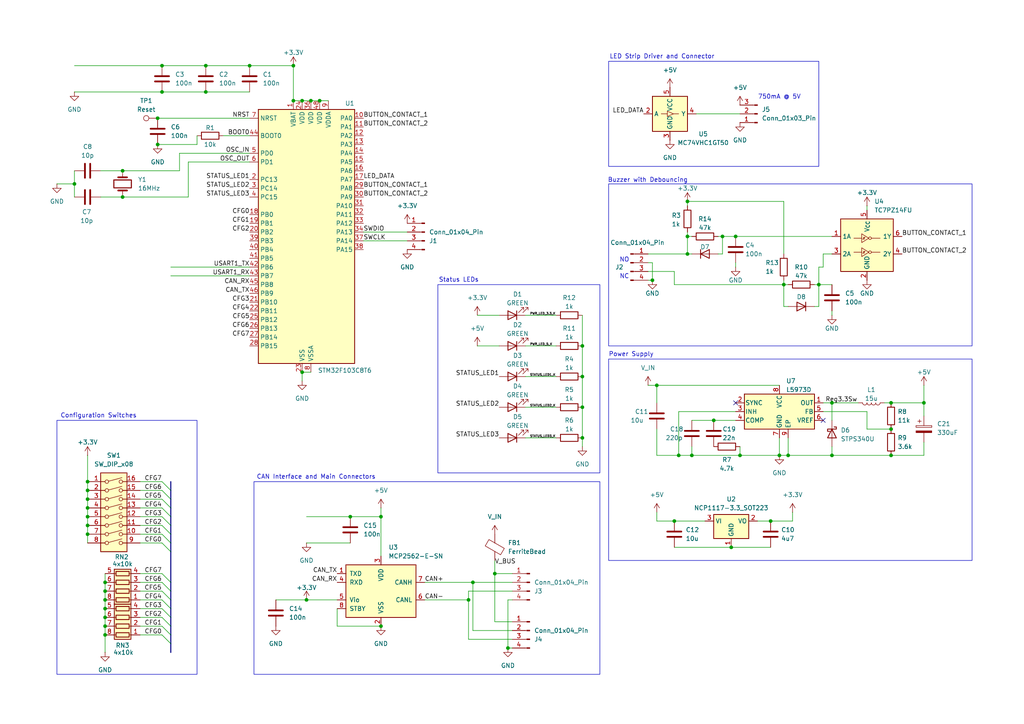
<source format=kicad_sch>
(kicad_sch
	(version 20250114)
	(generator "eeschema")
	(generator_version "9.0")
	(uuid "19263075-2e14-4c1c-b140-be1cece82e7d")
	(paper "A4")
	
	(rectangle
		(start 176.53 104.14)
		(end 281.94 162.56)
		(stroke
			(width 0)
			(type default)
		)
		(fill
			(type none)
		)
		(uuid 23c67946-7944-4d44-b21d-0ec6a7aaeb80)
	)
	(rectangle
		(start 127 82.55)
		(end 173.99 137.16)
		(stroke
			(width 0)
			(type default)
		)
		(fill
			(type none)
		)
		(uuid 3ec2cf12-3316-4ad5-9e48-656f29b6ec7c)
	)
	(rectangle
		(start 73.66 139.7)
		(end 173.99 195.58)
		(stroke
			(width 0)
			(type default)
		)
		(fill
			(type none)
		)
		(uuid 614fc8b1-1614-4757-b308-26632a14bc81)
	)
	(rectangle
		(start 176.53 53.34)
		(end 281.94 100.33)
		(stroke
			(width 0)
			(type default)
		)
		(fill
			(type none)
		)
		(uuid 743e7db7-e866-481f-ada0-9cd999483b74)
	)
	(rectangle
		(start 176.53 17.78)
		(end 237.49 48.26)
		(stroke
			(width 0)
			(type default)
		)
		(fill
			(type none)
		)
		(uuid 77fc0092-700a-41d7-9d93-e847315bbabf)
	)
	(rectangle
		(start 16.51 121.92)
		(end 57.15 195.58)
		(stroke
			(width 0)
			(type default)
		)
		(fill
			(type none)
		)
		(uuid b466160f-2013-4056-80ea-b88fbadd875e)
	)
	(text "Configuration Switches"
		(exclude_from_sim no)
		(at 17.526 120.65 0)
		(effects
			(font
				(size 1.27 1.27)
			)
			(justify left)
		)
		(uuid "37b19a70-d6c3-46fc-b951-70b3fd6518dc")
	)
	(text "Buzzer with Debouncing"
		(exclude_from_sim no)
		(at 176.276 52.324 0)
		(effects
			(font
				(size 1.27 1.27)
			)
			(justify left)
		)
		(uuid "719b8407-7060-419a-a828-1aa8660ea21e")
	)
	(text "CAN Interface and Main Connectors"
		(exclude_from_sim no)
		(at 74.422 138.43 0)
		(effects
			(font
				(size 1.27 1.27)
			)
			(justify left)
		)
		(uuid "7ddce0f7-c330-4995-8064-dfc301e672b6")
	)
	(text "NC"
		(exclude_from_sim no)
		(at 181.102 80.264 0)
		(effects
			(font
				(size 1.27 1.27)
			)
		)
		(uuid "815a38bd-1eff-4e25-a285-0768ecd29123")
	)
	(text "NO"
		(exclude_from_sim no)
		(at 181.102 75.438 0)
		(effects
			(font
				(size 1.27 1.27)
			)
		)
		(uuid "96dcbd12-7adc-4cf8-aed6-af31ca0f2aae")
	)
	(text "Power Supply"
		(exclude_from_sim no)
		(at 176.53 102.87 0)
		(effects
			(font
				(size 1.27 1.27)
			)
			(justify left)
		)
		(uuid "b3c0fb1b-54e7-4bfc-806c-bb7588d275b1")
	)
	(text "750mA @ 5V"
		(exclude_from_sim no)
		(at 226.06 28.194 0)
		(effects
			(font
				(size 1.27 1.27)
			)
		)
		(uuid "b85a5c02-fa83-461d-83e3-97304678a0df")
	)
	(text "LED Strip Driver and Connector"
		(exclude_from_sim no)
		(at 176.784 16.51 0)
		(effects
			(font
				(size 1.27 1.27)
			)
			(justify left)
		)
		(uuid "eb137765-0cde-4ad6-8c7e-e6df30883dcb")
	)
	(text "Status LEDs"
		(exclude_from_sim no)
		(at 127.254 81.28 0)
		(effects
			(font
				(size 1.27 1.27)
			)
			(justify left)
		)
		(uuid "f417197e-e46c-46f5-8146-b3bbcc0bf4fc")
	)
	(junction
		(at 35.56 57.15)
		(diameter 0)
		(color 0 0 0 0)
		(uuid "0072b523-77c6-4264-930f-487df73ad49f")
	)
	(junction
		(at 199.39 73.66)
		(diameter 0)
		(color 0 0 0 0)
		(uuid "022eac4e-119b-42a4-ac9a-063ec3170e37")
	)
	(junction
		(at 59.69 19.05)
		(diameter 0)
		(color 0 0 0 0)
		(uuid "0402ce2f-87f9-4970-89ad-ac3819bf12d6")
	)
	(junction
		(at 168.91 100.33)
		(diameter 0)
		(color 0 0 0 0)
		(uuid "0a5984a4-9313-4450-a0e2-2728c256fac6")
	)
	(junction
		(at 228.6 132.08)
		(diameter 0)
		(color 0 0 0 0)
		(uuid "1011dad9-bddb-49a7-a0a5-5d6f89afded3")
	)
	(junction
		(at 226.06 132.08)
		(diameter 0)
		(color 0 0 0 0)
		(uuid "1185b788-8e1f-4e1b-b5e8-1444ce1cf827")
	)
	(junction
		(at 59.69 26.67)
		(diameter 0)
		(color 0 0 0 0)
		(uuid "128959b9-b85f-423e-bcce-6e35d4b8fe21")
	)
	(junction
		(at 137.16 168.91)
		(diameter 0)
		(color 0 0 0 0)
		(uuid "154b48ca-5a86-4035-9c38-9784706cd0b5")
	)
	(junction
		(at 25.4 152.4)
		(diameter 0)
		(color 0 0 0 0)
		(uuid "168c8e4f-7460-4a5d-9d93-5328b72eb8fe")
	)
	(junction
		(at 25.4 149.86)
		(diameter 0)
		(color 0 0 0 0)
		(uuid "18c6d6b2-4b84-4c89-ab81-d660aead6fbe")
	)
	(junction
		(at 30.48 173.99)
		(diameter 0)
		(color 0 0 0 0)
		(uuid "19a9a2ea-08d3-4c0b-8f94-c6cb89dd6a95")
	)
	(junction
		(at 168.91 118.11)
		(diameter 0)
		(color 0 0 0 0)
		(uuid "20fcce97-dc53-43a7-be87-c884424d2505")
	)
	(junction
		(at 90.17 29.21)
		(diameter 0)
		(color 0 0 0 0)
		(uuid "249ad71e-3d16-4636-adb8-993d06ee3800")
	)
	(junction
		(at 143.51 166.37)
		(diameter 0)
		(color 0 0 0 0)
		(uuid "29932bfd-d0c3-4cc6-8f23-395ece279acb")
	)
	(junction
		(at 258.445 124.46)
		(diameter 0)
		(color 0 0 0 0)
		(uuid "2e85f4bf-11db-48af-93dc-cf436e9dd838")
	)
	(junction
		(at 30.48 181.61)
		(diameter 0)
		(color 0 0 0 0)
		(uuid "30a07a6f-df1e-452a-9cc1-5448d881cd3f")
	)
	(junction
		(at 25.4 144.78)
		(diameter 0)
		(color 0 0 0 0)
		(uuid "32ce0a2f-7feb-4048-ad5f-bdf3fc3b501b")
	)
	(junction
		(at 213.36 68.58)
		(diameter 0)
		(color 0 0 0 0)
		(uuid "366faba3-09c2-45fa-ad12-4cbc4555bb23")
	)
	(junction
		(at 190.5 111.76)
		(diameter 0)
		(color 0 0 0 0)
		(uuid "36d7591a-c182-4144-b96b-2ca3699f3950")
	)
	(junction
		(at 147.32 187.96)
		(diameter 0)
		(color 0 0 0 0)
		(uuid "38cdbfd2-f585-443c-aa7c-0b34dc91c0a4")
	)
	(junction
		(at 87.63 29.21)
		(diameter 0)
		(color 0 0 0 0)
		(uuid "399711ca-5b01-4c3e-82af-2121ef5c8f57")
	)
	(junction
		(at 88.9 173.99)
		(diameter 0)
		(color 0 0 0 0)
		(uuid "4039a61a-b0e1-4eed-89c7-5da9a0d7c3e5")
	)
	(junction
		(at 237.49 82.55)
		(diameter 0)
		(color 0 0 0 0)
		(uuid "4a809945-5fd7-4c50-9491-b4eb83d96964")
	)
	(junction
		(at 168.91 127)
		(diameter 0)
		(color 0 0 0 0)
		(uuid "4f399113-a058-46fb-b4bf-b75f105b9f42")
	)
	(junction
		(at 199.39 68.58)
		(diameter 0)
		(color 0 0 0 0)
		(uuid "53f2f894-054b-4465-8fe5-6eab50f5611a")
	)
	(junction
		(at 30.48 176.53)
		(diameter 0)
		(color 0 0 0 0)
		(uuid "5b76d475-9826-486e-8a3b-6267b53c1c61")
	)
	(junction
		(at 110.49 181.61)
		(diameter 0)
		(color 0 0 0 0)
		(uuid "6c120f95-fd00-4c3d-8d92-b19f46a86d76")
	)
	(junction
		(at 200.66 132.08)
		(diameter 0)
		(color 0 0 0 0)
		(uuid "73234447-d924-47db-9dbd-99d34b236ae8")
	)
	(junction
		(at 30.48 168.91)
		(diameter 0)
		(color 0 0 0 0)
		(uuid "7358a661-9565-4173-9efd-84920cebb0bd")
	)
	(junction
		(at 267.97 116.84)
		(diameter 0)
		(color 0 0 0 0)
		(uuid "7584aa4a-85c0-4975-b981-dec4be8cab76")
	)
	(junction
		(at 35.56 49.53)
		(diameter 0)
		(color 0 0 0 0)
		(uuid "78e40e73-fca5-427d-89ed-acae12f4c259")
	)
	(junction
		(at 209.55 68.58)
		(diameter 0)
		(color 0 0 0 0)
		(uuid "7ed13373-50ac-469c-a2e3-1a351a5aefe3")
	)
	(junction
		(at 189.23 81.28)
		(diameter 0)
		(color 0 0 0 0)
		(uuid "8b1186ff-fb98-4256-b9cb-516664a36008")
	)
	(junction
		(at 25.4 147.32)
		(diameter 0)
		(color 0 0 0 0)
		(uuid "8b6e8f2a-27e3-4b1a-bd0e-f52871dbdb43")
	)
	(junction
		(at 46.99 19.05)
		(diameter 0)
		(color 0 0 0 0)
		(uuid "8c00c531-3123-4995-ab18-b1312d60ef16")
	)
	(junction
		(at 207.01 121.92)
		(diameter 0)
		(color 0 0 0 0)
		(uuid "8d45d41f-40d6-44e9-847e-e88c00cc7310")
	)
	(junction
		(at 214.63 132.08)
		(diameter 0)
		(color 0 0 0 0)
		(uuid "90b300b4-b894-4c6f-9b00-901ed78bacad")
	)
	(junction
		(at 196.85 132.08)
		(diameter 0)
		(color 0 0 0 0)
		(uuid "99a6fed0-b08e-4296-b6d9-537fa9ef5235")
	)
	(junction
		(at 199.39 58.42)
		(diameter 0)
		(color 0 0 0 0)
		(uuid "9a7a1bba-1430-4294-817f-188b62d1943c")
	)
	(junction
		(at 101.6 149.86)
		(diameter 0)
		(color 0 0 0 0)
		(uuid "9d92cefb-d1c4-4608-b030-7cb5104f44e9")
	)
	(junction
		(at 110.49 149.86)
		(diameter 0)
		(color 0 0 0 0)
		(uuid "a907a4e6-2ab5-43eb-8512-256a06d64038")
	)
	(junction
		(at 227.33 82.55)
		(diameter 0)
		(color 0 0 0 0)
		(uuid "a919e330-9291-4d67-b6c4-b13a7c82fc18")
	)
	(junction
		(at 87.63 107.95)
		(diameter 0)
		(color 0 0 0 0)
		(uuid "acf9a5e7-4da0-44e5-a369-69f3a0a804d9")
	)
	(junction
		(at 241.3 116.84)
		(diameter 0)
		(color 0 0 0 0)
		(uuid "b3599045-2889-4187-945b-589d2207b37a")
	)
	(junction
		(at 30.48 171.45)
		(diameter 0)
		(color 0 0 0 0)
		(uuid "b668faa6-39cc-4d81-93a2-8d153c9a2427")
	)
	(junction
		(at 72.39 19.05)
		(diameter 0)
		(color 0 0 0 0)
		(uuid "b7fb4268-dc41-44e6-8655-4af1793f3a45")
	)
	(junction
		(at 135.89 173.99)
		(diameter 0)
		(color 0 0 0 0)
		(uuid "b9d18b2d-30e3-4148-8f84-cfee5aa38509")
	)
	(junction
		(at 92.71 29.21)
		(diameter 0)
		(color 0 0 0 0)
		(uuid "bd63f6d4-eb53-4ed6-aa2a-75390a7053cb")
	)
	(junction
		(at 258.445 132.08)
		(diameter 0)
		(color 0 0 0 0)
		(uuid "bf783ff2-82c0-45d4-ad58-a1dd718c8832")
	)
	(junction
		(at 46.99 26.67)
		(diameter 0)
		(color 0 0 0 0)
		(uuid "c0b29022-0464-4906-833c-0a46df749d49")
	)
	(junction
		(at 25.4 139.7)
		(diameter 0)
		(color 0 0 0 0)
		(uuid "c89d878b-9af4-492c-a238-6cc0da1ab32a")
	)
	(junction
		(at 25.4 142.24)
		(diameter 0)
		(color 0 0 0 0)
		(uuid "d0a1f97b-68a1-4a3a-84d9-0ef7cac97dba")
	)
	(junction
		(at 45.72 34.29)
		(diameter 0)
		(color 0 0 0 0)
		(uuid "d45c2fdf-b6da-4edb-aeaf-9db67f2d8b1d")
	)
	(junction
		(at 258.445 116.84)
		(diameter 0)
		(color 0 0 0 0)
		(uuid "d4952dc0-d771-4a28-a3fe-6c34cf89b233")
	)
	(junction
		(at 168.91 109.22)
		(diameter 0)
		(color 0 0 0 0)
		(uuid "d5a4c53e-cc23-4acf-b18d-8f53ef48c92a")
	)
	(junction
		(at 223.52 151.13)
		(diameter 0)
		(color 0 0 0 0)
		(uuid "d8a8d9e4-8eca-4668-8f4f-d35562c117fd")
	)
	(junction
		(at 85.09 29.21)
		(diameter 0)
		(color 0 0 0 0)
		(uuid "e595b548-3f4d-4147-b16b-6bbf1ad6a7a2")
	)
	(junction
		(at 195.58 151.13)
		(diameter 0)
		(color 0 0 0 0)
		(uuid "ec64760a-ff87-4873-81f9-1bce3339c2dd")
	)
	(junction
		(at 21.59 53.34)
		(diameter 0)
		(color 0 0 0 0)
		(uuid "ec795efc-a571-409f-a6ce-646607884533")
	)
	(junction
		(at 212.09 158.75)
		(diameter 0)
		(color 0 0 0 0)
		(uuid "eef91584-61fa-4a48-9c00-9a59f63aaae2")
	)
	(junction
		(at 25.4 154.94)
		(diameter 0)
		(color 0 0 0 0)
		(uuid "f54a3756-4a95-4a93-9307-30a590008261")
	)
	(junction
		(at 30.48 179.07)
		(diameter 0)
		(color 0 0 0 0)
		(uuid "f59adcec-3892-41f2-b2b5-046bbaefd863")
	)
	(junction
		(at 30.48 184.15)
		(diameter 0)
		(color 0 0 0 0)
		(uuid "fa5f2f1d-027b-419f-86b9-78059e694992")
	)
	(junction
		(at 85.09 19.05)
		(diameter 0)
		(color 0 0 0 0)
		(uuid "fd35f0f2-41d7-45d4-b212-a9d3a14c6690")
	)
	(junction
		(at 241.3 132.08)
		(diameter 0)
		(color 0 0 0 0)
		(uuid "fdfc1c58-f259-4f93-bc9f-73a3b7db673b")
	)
	(junction
		(at 45.72 41.91)
		(diameter 0)
		(color 0 0 0 0)
		(uuid "fe0ff851-deef-4953-9e06-0347fdc8bc28")
	)
	(no_connect
		(at 213.36 116.84)
		(uuid "779c9968-ad8d-4c09-bfa8-0d4b9ea9ba53")
	)
	(no_connect
		(at 238.76 121.92)
		(uuid "9458ed2a-12aa-4099-a1d1-a24ac28cc139")
	)
	(bus_entry
		(at 46.99 176.53)
		(size 2.54 2.54)
		(stroke
			(width 0)
			(type default)
		)
		(uuid "00c3750e-bb83-4695-af41-c56fc0db436b")
	)
	(bus_entry
		(at 46.99 171.45)
		(size 2.54 2.54)
		(stroke
			(width 0)
			(type default)
		)
		(uuid "176bdbbe-2731-4b0d-a85a-f9bfe7f22000")
	)
	(bus_entry
		(at 46.99 184.15)
		(size 2.54 2.54)
		(stroke
			(width 0)
			(type default)
		)
		(uuid "27283dd0-f079-467c-b9e7-bcf257222c88")
	)
	(bus_entry
		(at 46.99 149.86)
		(size 2.54 2.54)
		(stroke
			(width 0)
			(type default)
		)
		(uuid "2f5575f0-9ac7-43c3-a3b9-f76285677a65")
	)
	(bus_entry
		(at 46.99 139.7)
		(size 2.54 2.54)
		(stroke
			(width 0)
			(type default)
		)
		(uuid "3b519922-4dea-4922-904b-0a9029bb188f")
	)
	(bus_entry
		(at 46.99 179.07)
		(size 2.54 2.54)
		(stroke
			(width 0)
			(type default)
		)
		(uuid "42e8b258-9f96-4cec-9991-2501d9d2b4d5")
	)
	(bus_entry
		(at 46.99 173.99)
		(size 2.54 2.54)
		(stroke
			(width 0)
			(type default)
		)
		(uuid "70fd21c6-9741-4b43-8f18-6e518460362e")
	)
	(bus_entry
		(at 46.99 147.32)
		(size 2.54 2.54)
		(stroke
			(width 0)
			(type default)
		)
		(uuid "89af350b-9a62-4b7f-8073-6784880cd64f")
	)
	(bus_entry
		(at 46.99 168.91)
		(size 2.54 2.54)
		(stroke
			(width 0)
			(type default)
		)
		(uuid "92c0e306-30f4-4019-92dd-eb355ccea63e")
	)
	(bus_entry
		(at 46.99 152.4)
		(size 2.54 2.54)
		(stroke
			(width 0)
			(type default)
		)
		(uuid "98ecdc7d-50ef-4c65-bfc3-475c148b2966")
	)
	(bus_entry
		(at 46.99 157.48)
		(size 2.54 2.54)
		(stroke
			(width 0)
			(type default)
		)
		(uuid "b2fe8eed-be79-4b72-a5dc-ac707d6108af")
	)
	(bus_entry
		(at 46.99 142.24)
		(size 2.54 2.54)
		(stroke
			(width 0)
			(type default)
		)
		(uuid "d4ed1710-7d99-4aef-9fce-00c8e37e3f9a")
	)
	(bus_entry
		(at 46.99 144.78)
		(size 2.54 2.54)
		(stroke
			(width 0)
			(type default)
		)
		(uuid "df98434a-d4bc-45c6-929e-c22810fd9c5f")
	)
	(bus_entry
		(at 46.99 166.37)
		(size 2.54 2.54)
		(stroke
			(width 0)
			(type default)
		)
		(uuid "e147093f-1dbb-4e66-a746-12f54da83b65")
	)
	(bus_entry
		(at 46.99 154.94)
		(size 2.54 2.54)
		(stroke
			(width 0)
			(type default)
		)
		(uuid "e39d3d18-28d3-4ec2-b944-a6a654ab8b1a")
	)
	(bus_entry
		(at 46.99 181.61)
		(size 2.54 2.54)
		(stroke
			(width 0)
			(type default)
		)
		(uuid "fb85c6a7-b223-49db-9cfd-65582a91682c")
	)
	(wire
		(pts
			(xy 195.58 78.74) (xy 195.58 82.55)
		)
		(stroke
			(width 0)
			(type default)
		)
		(uuid "000de9ea-2242-415c-9f60-b7e2dd347dd5")
	)
	(wire
		(pts
			(xy 228.6 132.08) (xy 241.3 132.08)
		)
		(stroke
			(width 0)
			(type default)
		)
		(uuid "01a0e334-c978-44e6-8ace-746b7c0e945a")
	)
	(wire
		(pts
			(xy 213.36 119.38) (xy 196.85 119.38)
		)
		(stroke
			(width 0)
			(type default)
		)
		(uuid "04de055b-fc80-4cf4-854d-674b3af6d8ff")
	)
	(bus
		(pts
			(xy 49.53 173.99) (xy 49.53 176.53)
		)
		(stroke
			(width 0)
			(type default)
		)
		(uuid "05258eb8-e35e-428b-9548-63a020c51918")
	)
	(wire
		(pts
			(xy 196.85 119.38) (xy 196.85 132.08)
		)
		(stroke
			(width 0)
			(type default)
		)
		(uuid "0bbfcbcb-088c-4f23-95bf-38f1fff22cd7")
	)
	(wire
		(pts
			(xy 110.49 149.86) (xy 110.49 161.29)
		)
		(stroke
			(width 0)
			(type default)
		)
		(uuid "0c5c9650-83b4-409a-bde1-f97c3f7f04a2")
	)
	(bus
		(pts
			(xy 49.53 157.48) (xy 49.53 160.02)
		)
		(stroke
			(width 0)
			(type default)
		)
		(uuid "0d3b78b9-f786-4911-8382-93e7320b625d")
	)
	(wire
		(pts
			(xy 135.89 171.45) (xy 148.59 171.45)
		)
		(stroke
			(width 0)
			(type default)
		)
		(uuid "0ec91b38-b9f5-443d-ac18-7500210b7219")
	)
	(wire
		(pts
			(xy 168.91 91.44) (xy 168.91 100.33)
		)
		(stroke
			(width 0)
			(type default)
		)
		(uuid "0ee7b60a-6fb7-46da-ad1f-1468bd936551")
	)
	(wire
		(pts
			(xy 105.41 67.31) (xy 118.11 67.31)
		)
		(stroke
			(width 0)
			(type default)
		)
		(uuid "0fb01949-93dd-4ff1-abff-5759a46d159c")
	)
	(bus
		(pts
			(xy 49.53 176.53) (xy 49.53 179.07)
		)
		(stroke
			(width 0)
			(type default)
		)
		(uuid "10f9516d-caf2-4575-9bf4-cf33ce94550b")
	)
	(wire
		(pts
			(xy 87.63 107.95) (xy 87.63 110.49)
		)
		(stroke
			(width 0)
			(type default)
		)
		(uuid "113aadc3-8a25-436d-8a1e-81540e3a3ddd")
	)
	(wire
		(pts
			(xy 190.5 111.76) (xy 226.06 111.76)
		)
		(stroke
			(width 0)
			(type default)
		)
		(uuid "124c5f17-9d32-40d1-adb6-3913210a0ef2")
	)
	(wire
		(pts
			(xy 40.64 152.4) (xy 46.99 152.4)
		)
		(stroke
			(width 0)
			(type default)
		)
		(uuid "14e77176-5f0a-4259-bd0a-d9c019eb0dca")
	)
	(wire
		(pts
			(xy 143.51 166.37) (xy 148.59 166.37)
		)
		(stroke
			(width 0)
			(type default)
		)
		(uuid "14ef4c6d-3af5-4410-a028-36b2ec03a64e")
	)
	(bus
		(pts
			(xy 49.53 154.94) (xy 49.53 157.48)
		)
		(stroke
			(width 0)
			(type default)
		)
		(uuid "16624a92-524c-498f-b2ae-ca2e96bf7fe9")
	)
	(wire
		(pts
			(xy 52.07 49.53) (xy 35.56 49.53)
		)
		(stroke
			(width 0)
			(type default)
		)
		(uuid "1938f273-d657-4f64-bde3-10b4f4d8ee5b")
	)
	(wire
		(pts
			(xy 97.79 181.61) (xy 110.49 181.61)
		)
		(stroke
			(width 0)
			(type default)
		)
		(uuid "19fb19ca-707d-48b9-b5f2-3effe2f187af")
	)
	(wire
		(pts
			(xy 88.9 157.48) (xy 101.6 157.48)
		)
		(stroke
			(width 0)
			(type default)
		)
		(uuid "1a412cbf-f1e6-4deb-bee1-297d25be8e37")
	)
	(wire
		(pts
			(xy 85.09 29.21) (xy 87.63 29.21)
		)
		(stroke
			(width 0)
			(type default)
		)
		(uuid "1cd815bd-d2b1-4d16-8f74-d633f1d7d6cd")
	)
	(wire
		(pts
			(xy 241.3 116.84) (xy 241.3 121.92)
		)
		(stroke
			(width 0)
			(type default)
		)
		(uuid "1d7cc9da-7fae-47ca-a7a7-8f93364690e9")
	)
	(wire
		(pts
			(xy 54.61 46.99) (xy 54.61 57.15)
		)
		(stroke
			(width 0)
			(type default)
		)
		(uuid "1e7f3c47-6ccf-4f99-b781-071a2e174597")
	)
	(wire
		(pts
			(xy 25.4 144.78) (xy 25.4 147.32)
		)
		(stroke
			(width 0)
			(type default)
		)
		(uuid "1fdc6a50-1899-4ae6-b33c-a2616deb4141")
	)
	(wire
		(pts
			(xy 227.33 82.55) (xy 227.33 88.9)
		)
		(stroke
			(width 0)
			(type default)
		)
		(uuid "20d4df57-0bf5-4715-8dc3-7aada2917b74")
	)
	(wire
		(pts
			(xy 267.97 128.27) (xy 267.97 132.08)
		)
		(stroke
			(width 0)
			(type default)
		)
		(uuid "22215599-f6a2-44a0-a23c-4819d12a3247")
	)
	(wire
		(pts
			(xy 199.39 58.42) (xy 199.39 59.69)
		)
		(stroke
			(width 0)
			(type default)
		)
		(uuid "2344765d-60e5-48b2-939b-79667249b7d9")
	)
	(wire
		(pts
			(xy 138.43 91.44) (xy 144.78 91.44)
		)
		(stroke
			(width 0)
			(type default)
		)
		(uuid "241d2c2a-1724-44a3-9008-5eaa1c1f05d9")
	)
	(wire
		(pts
			(xy 72.39 44.45) (xy 52.07 44.45)
		)
		(stroke
			(width 0)
			(type default)
		)
		(uuid "27e09aa9-1ad3-4e78-83e1-ecb6400cf6ac")
	)
	(wire
		(pts
			(xy 40.64 154.94) (xy 46.99 154.94)
		)
		(stroke
			(width 0)
			(type default)
		)
		(uuid "2a1a241d-9724-45ce-8d94-f932130ceb93")
	)
	(wire
		(pts
			(xy 229.87 148.59) (xy 229.87 151.13)
		)
		(stroke
			(width 0)
			(type default)
		)
		(uuid "2a215a98-603b-4a4b-b7a5-7d92111c4928")
	)
	(wire
		(pts
			(xy 237.49 88.9) (xy 236.22 88.9)
		)
		(stroke
			(width 0)
			(type default)
		)
		(uuid "2baa4836-cf5b-41e1-b3fb-254096b52010")
	)
	(bus
		(pts
			(xy 49.53 147.32) (xy 49.53 149.86)
		)
		(stroke
			(width 0)
			(type default)
		)
		(uuid "2cb3af2b-fc6e-48bf-8ef8-afda5c29a81e")
	)
	(wire
		(pts
			(xy 238.76 77.47) (xy 238.76 73.66)
		)
		(stroke
			(width 0)
			(type default)
		)
		(uuid "2d40c400-b918-4455-9d59-82ff4f691436")
	)
	(wire
		(pts
			(xy 212.09 158.75) (xy 223.52 158.75)
		)
		(stroke
			(width 0)
			(type default)
		)
		(uuid "2db74a61-3da2-476a-968f-ea3f78b35fd0")
	)
	(wire
		(pts
			(xy 237.49 77.47) (xy 238.76 77.47)
		)
		(stroke
			(width 0)
			(type default)
		)
		(uuid "2f6e3b82-20aa-42d1-92c3-b1efd861f8f3")
	)
	(wire
		(pts
			(xy 40.64 181.61) (xy 46.99 181.61)
		)
		(stroke
			(width 0)
			(type default)
		)
		(uuid "2f764e70-9898-4125-97cc-cae0b1d52d63")
	)
	(bus
		(pts
			(xy 49.53 179.07) (xy 49.53 181.61)
		)
		(stroke
			(width 0)
			(type default)
		)
		(uuid "2fe89f43-2cf4-4821-aa2e-daf75e3bd183")
	)
	(wire
		(pts
			(xy 138.43 100.33) (xy 144.78 100.33)
		)
		(stroke
			(width 0)
			(type default)
		)
		(uuid "3000b3e9-4b62-4a27-86a8-967a8803fb94")
	)
	(wire
		(pts
			(xy 200.66 73.66) (xy 199.39 73.66)
		)
		(stroke
			(width 0)
			(type default)
		)
		(uuid "32c7d516-4798-442a-8d3c-e5eb2d3e8a94")
	)
	(wire
		(pts
			(xy 21.59 53.34) (xy 21.59 57.15)
		)
		(stroke
			(width 0)
			(type default)
		)
		(uuid "344b057a-6a8c-4bad-9d30-b3cfce991656")
	)
	(wire
		(pts
			(xy 267.97 116.84) (xy 267.97 120.65)
		)
		(stroke
			(width 0)
			(type default)
		)
		(uuid "36303275-7593-440c-920f-0a978e988440")
	)
	(wire
		(pts
			(xy 135.89 173.99) (xy 135.89 171.45)
		)
		(stroke
			(width 0)
			(type default)
		)
		(uuid "3838086e-521e-4665-9d92-115621beda95")
	)
	(wire
		(pts
			(xy 227.33 81.28) (xy 227.33 82.55)
		)
		(stroke
			(width 0)
			(type default)
		)
		(uuid "3a11b3b7-143a-4159-9617-c5ddba0d86e4")
	)
	(wire
		(pts
			(xy 25.4 139.7) (xy 25.4 142.24)
		)
		(stroke
			(width 0)
			(type default)
		)
		(uuid "3a17ec97-b4c2-473d-a0d5-6fd57dbcbfc2")
	)
	(wire
		(pts
			(xy 251.46 124.46) (xy 258.445 124.46)
		)
		(stroke
			(width 0)
			(type default)
		)
		(uuid "3ae15d1b-cae5-4e94-8ab3-692493c8dcd2")
	)
	(wire
		(pts
			(xy 199.39 73.66) (xy 199.39 68.58)
		)
		(stroke
			(width 0)
			(type default)
		)
		(uuid "3b139fe8-218a-4ad8-8bb2-0f65d99db6c6")
	)
	(wire
		(pts
			(xy 195.58 151.13) (xy 204.47 151.13)
		)
		(stroke
			(width 0)
			(type default)
		)
		(uuid "3b9b67b9-36c7-49fa-9953-22eb51967234")
	)
	(wire
		(pts
			(xy 30.48 166.37) (xy 30.48 168.91)
		)
		(stroke
			(width 0)
			(type default)
		)
		(uuid "3f03623b-09e7-4a3e-8210-52064c4b85ed")
	)
	(wire
		(pts
			(xy 40.64 157.48) (xy 46.99 157.48)
		)
		(stroke
			(width 0)
			(type default)
		)
		(uuid "4079a055-5432-4cba-8459-b11aeaa7593e")
	)
	(bus
		(pts
			(xy 49.53 184.15) (xy 49.53 186.69)
		)
		(stroke
			(width 0)
			(type default)
		)
		(uuid "40ed70da-ba92-47e1-978c-330308c87257")
	)
	(wire
		(pts
			(xy 123.19 173.99) (xy 135.89 173.99)
		)
		(stroke
			(width 0)
			(type default)
		)
		(uuid "414fa327-76b2-45b3-851f-aa939771192b")
	)
	(wire
		(pts
			(xy 190.5 132.08) (xy 196.85 132.08)
		)
		(stroke
			(width 0)
			(type default)
		)
		(uuid "4181b9b3-bab0-4874-adeb-0448a33b7de8")
	)
	(wire
		(pts
			(xy 256.54 116.84) (xy 258.445 116.84)
		)
		(stroke
			(width 0)
			(type default)
		)
		(uuid "42f0c8bd-5271-450f-80a4-a46d663dae31")
	)
	(wire
		(pts
			(xy 187.96 76.2) (xy 189.23 76.2)
		)
		(stroke
			(width 0)
			(type default)
		)
		(uuid "43e13bc2-575b-44cc-8288-127d0675e177")
	)
	(bus
		(pts
			(xy 49.53 149.86) (xy 49.53 152.4)
		)
		(stroke
			(width 0)
			(type default)
		)
		(uuid "44989090-2955-417d-9d4a-04f5ce8f7daa")
	)
	(wire
		(pts
			(xy 251.46 124.46) (xy 251.46 119.38)
		)
		(stroke
			(width 0)
			(type default)
		)
		(uuid "450d51b7-80af-4696-9397-7d66c3bd1d63")
	)
	(wire
		(pts
			(xy 147.32 187.96) (xy 148.59 187.96)
		)
		(stroke
			(width 0)
			(type default)
		)
		(uuid "47a7c78b-f2f0-4e04-a82e-ad262d7472af")
	)
	(wire
		(pts
			(xy 190.5 148.59) (xy 190.5 151.13)
		)
		(stroke
			(width 0)
			(type default)
		)
		(uuid "4dabe9b3-843e-4cd3-857c-d165cfae1501")
	)
	(wire
		(pts
			(xy 135.89 173.99) (xy 135.89 185.42)
		)
		(stroke
			(width 0)
			(type default)
		)
		(uuid "4ddffc87-7d98-4efb-ae5b-8ac35817cc3e")
	)
	(wire
		(pts
			(xy 25.4 142.24) (xy 25.4 144.78)
		)
		(stroke
			(width 0)
			(type default)
		)
		(uuid "4f81d07e-7559-4d7a-b5ff-0d938fd10675")
	)
	(wire
		(pts
			(xy 237.49 77.47) (xy 237.49 82.55)
		)
		(stroke
			(width 0)
			(type default)
		)
		(uuid "4fea8744-2182-4966-9e89-af2d547ce9a7")
	)
	(wire
		(pts
			(xy 226.06 132.08) (xy 228.6 132.08)
		)
		(stroke
			(width 0)
			(type default)
		)
		(uuid "566d7dbc-926e-4689-9d3f-9368a9108c52")
	)
	(wire
		(pts
			(xy 251.46 59.69) (xy 251.46 60.96)
		)
		(stroke
			(width 0)
			(type default)
		)
		(uuid "56d2abd2-c5f1-4054-9d00-11857b35ab71")
	)
	(wire
		(pts
			(xy 30.48 181.61) (xy 30.48 184.15)
		)
		(stroke
			(width 0)
			(type default)
		)
		(uuid "5742cba0-4a2b-4a1b-b915-5437cf2dd62d")
	)
	(wire
		(pts
			(xy 209.55 68.58) (xy 213.36 68.58)
		)
		(stroke
			(width 0)
			(type default)
		)
		(uuid "58cdf79c-8b44-4023-8add-f029a6b87e05")
	)
	(wire
		(pts
			(xy 29.21 57.15) (xy 35.56 57.15)
		)
		(stroke
			(width 0)
			(type default)
		)
		(uuid "592e5450-5405-49c1-82b2-ad08b8bd47b9")
	)
	(bus
		(pts
			(xy 49.53 144.78) (xy 49.53 147.32)
		)
		(stroke
			(width 0)
			(type default)
		)
		(uuid "5df887ad-edda-45dc-85d3-8687a024e1c8")
	)
	(bus
		(pts
			(xy 49.53 181.61) (xy 49.53 184.15)
		)
		(stroke
			(width 0)
			(type default)
		)
		(uuid "5e6c3aca-a92a-49c2-ba37-00ac984e8dbf")
	)
	(wire
		(pts
			(xy 25.4 152.4) (xy 25.4 154.94)
		)
		(stroke
			(width 0)
			(type default)
		)
		(uuid "5e9dc771-c9e5-469d-98d8-57dc47611b54")
	)
	(bus
		(pts
			(xy 49.53 160.02) (xy 49.53 168.91)
		)
		(stroke
			(width 0)
			(type default)
		)
		(uuid "5ed564ea-e2c6-4be1-a854-7f3044fe4252")
	)
	(wire
		(pts
			(xy 25.4 132.08) (xy 25.4 139.7)
		)
		(stroke
			(width 0)
			(type default)
		)
		(uuid "6049f281-0635-4300-9174-a124cf526896")
	)
	(wire
		(pts
			(xy 200.66 129.54) (xy 200.66 132.08)
		)
		(stroke
			(width 0)
			(type default)
		)
		(uuid "61517793-15d6-45f2-b50e-405e17e1660d")
	)
	(wire
		(pts
			(xy 190.5 111.76) (xy 190.5 116.84)
		)
		(stroke
			(width 0)
			(type default)
		)
		(uuid "62f1f17a-6b6b-49a4-a780-81666fecdf76")
	)
	(wire
		(pts
			(xy 214.63 132.08) (xy 226.06 132.08)
		)
		(stroke
			(width 0)
			(type default)
		)
		(uuid "6337faff-4f33-437e-ad3d-a252174ef9cb")
	)
	(wire
		(pts
			(xy 88.9 149.86) (xy 101.6 149.86)
		)
		(stroke
			(width 0)
			(type default)
		)
		(uuid "64409b2f-29d2-451b-805b-d7feabe75018")
	)
	(wire
		(pts
			(xy 40.64 142.24) (xy 46.99 142.24)
		)
		(stroke
			(width 0)
			(type default)
		)
		(uuid "69913b44-3bd3-42cc-8bde-dc6e13dbb2fe")
	)
	(wire
		(pts
			(xy 190.5 151.13) (xy 195.58 151.13)
		)
		(stroke
			(width 0)
			(type default)
		)
		(uuid "6a9b3877-ad7c-4408-b6c8-24256d031d77")
	)
	(bus
		(pts
			(xy 49.53 168.91) (xy 49.53 171.45)
		)
		(stroke
			(width 0)
			(type default)
		)
		(uuid "6d02f7f4-64ed-4c07-9dbc-33dbe5cb4a36")
	)
	(wire
		(pts
			(xy 30.48 173.99) (xy 30.48 176.53)
		)
		(stroke
			(width 0)
			(type default)
		)
		(uuid "6da5b941-f58d-4949-9717-6d20c3664de1")
	)
	(wire
		(pts
			(xy 168.91 118.11) (xy 168.91 127)
		)
		(stroke
			(width 0)
			(type default)
		)
		(uuid "6e2d4070-d363-4e24-bb7d-fe9960cd50a4")
	)
	(wire
		(pts
			(xy 241.3 116.84) (xy 248.92 116.84)
		)
		(stroke
			(width 0)
			(type default)
		)
		(uuid "6eb37057-640d-44b3-95c6-eef07c0552b7")
	)
	(wire
		(pts
			(xy 30.48 171.45) (xy 30.48 173.99)
		)
		(stroke
			(width 0)
			(type default)
		)
		(uuid "6eec2c0a-41f4-41c3-b602-1b3e6a973a3a")
	)
	(wire
		(pts
			(xy 258.445 132.08) (xy 267.97 132.08)
		)
		(stroke
			(width 0)
			(type default)
		)
		(uuid "713eb288-8c8d-4abe-8f49-a693258e1947")
	)
	(wire
		(pts
			(xy 90.17 29.21) (xy 92.71 29.21)
		)
		(stroke
			(width 0)
			(type default)
		)
		(uuid "71b1ea59-567a-46de-b47f-b92e4eea8df3")
	)
	(bus
		(pts
			(xy 49.53 142.24) (xy 49.53 144.78)
		)
		(stroke
			(width 0)
			(type default)
		)
		(uuid "72e52313-6122-48fc-8b6a-2b3d003b23da")
	)
	(wire
		(pts
			(xy 30.48 176.53) (xy 30.48 179.07)
		)
		(stroke
			(width 0)
			(type default)
		)
		(uuid "72fd8c10-c480-4949-b985-0e719024151b")
	)
	(wire
		(pts
			(xy 143.51 180.34) (xy 148.59 180.34)
		)
		(stroke
			(width 0)
			(type default)
		)
		(uuid "75c88008-4a59-4941-a752-c2376ad0c5c6")
	)
	(wire
		(pts
			(xy 21.59 19.05) (xy 46.99 19.05)
		)
		(stroke
			(width 0)
			(type default)
		)
		(uuid "76023c5f-2a94-4b25-823a-d7963784c30b")
	)
	(wire
		(pts
			(xy 40.64 173.99) (xy 46.99 173.99)
		)
		(stroke
			(width 0)
			(type default)
		)
		(uuid "764ab1d7-3999-4fc8-9551-d8c08752e241")
	)
	(wire
		(pts
			(xy 123.19 168.91) (xy 137.16 168.91)
		)
		(stroke
			(width 0)
			(type default)
		)
		(uuid "7677097d-eeeb-4109-ab7a-3260a560c0af")
	)
	(wire
		(pts
			(xy 21.59 49.53) (xy 21.59 53.34)
		)
		(stroke
			(width 0)
			(type default)
		)
		(uuid "7a5c6c4d-31e1-4631-bbd9-2f70433a58fa")
	)
	(wire
		(pts
			(xy 152.4 100.33) (xy 161.29 100.33)
		)
		(stroke
			(width 0)
			(type default)
		)
		(uuid "7d052de5-b337-4dfb-8b81-9f259e5cfc94")
	)
	(wire
		(pts
			(xy 25.4 149.86) (xy 25.4 152.4)
		)
		(stroke
			(width 0)
			(type default)
		)
		(uuid "7d843b4d-cd9d-4518-a6e6-0ebb93be8e39")
	)
	(wire
		(pts
			(xy 135.89 185.42) (xy 148.59 185.42)
		)
		(stroke
			(width 0)
			(type default)
		)
		(uuid "7da798df-8621-48f9-bc2b-8b47ca07d327")
	)
	(wire
		(pts
			(xy 148.59 173.99) (xy 147.32 173.99)
		)
		(stroke
			(width 0)
			(type default)
		)
		(uuid "7dcc0943-fe59-4d79-988f-8e8a00a19a42")
	)
	(wire
		(pts
			(xy 143.51 162.56) (xy 143.51 166.37)
		)
		(stroke
			(width 0)
			(type default)
		)
		(uuid "7f2e73ed-8279-4265-9bc9-0bbeb8eecfd7")
	)
	(wire
		(pts
			(xy 40.64 184.15) (xy 46.99 184.15)
		)
		(stroke
			(width 0)
			(type default)
		)
		(uuid "7f717549-6cbc-4199-b2ff-f87b429dafe7")
	)
	(wire
		(pts
			(xy 208.28 73.66) (xy 209.55 73.66)
		)
		(stroke
			(width 0)
			(type default)
		)
		(uuid "802499de-aafe-4393-9873-e891b2ad84f1")
	)
	(wire
		(pts
			(xy 92.71 29.21) (xy 95.25 29.21)
		)
		(stroke
			(width 0)
			(type default)
		)
		(uuid "83131456-af95-4093-8999-21fb0d39a780")
	)
	(wire
		(pts
			(xy 40.64 147.32) (xy 46.99 147.32)
		)
		(stroke
			(width 0)
			(type default)
		)
		(uuid "88ccaa90-2626-4a2f-9904-4a7bc5d5e174")
	)
	(bus
		(pts
			(xy 49.53 152.4) (xy 49.53 154.94)
		)
		(stroke
			(width 0)
			(type default)
		)
		(uuid "89a551a7-c36a-4e20-9b2e-e4093905d10a")
	)
	(wire
		(pts
			(xy 46.99 26.67) (xy 59.69 26.67)
		)
		(stroke
			(width 0)
			(type default)
		)
		(uuid "8a66c779-bd84-4635-aea2-dc2f4a11f639")
	)
	(wire
		(pts
			(xy 40.64 168.91) (xy 46.99 168.91)
		)
		(stroke
			(width 0)
			(type default)
		)
		(uuid "8b29951d-007b-4934-b2cd-2edb41ea02ba")
	)
	(wire
		(pts
			(xy 57.15 39.37) (xy 57.15 41.91)
		)
		(stroke
			(width 0)
			(type default)
		)
		(uuid "8b34d129-0f6d-498e-a534-957640452560")
	)
	(bus
		(pts
			(xy 49.53 186.69) (xy 49.53 189.23)
		)
		(stroke
			(width 0)
			(type default)
		)
		(uuid "8ba58915-1c8b-40e8-be95-c93f7fda3b2d")
	)
	(wire
		(pts
			(xy 87.63 29.21) (xy 90.17 29.21)
		)
		(stroke
			(width 0)
			(type default)
		)
		(uuid "8dd82040-38ce-4996-9210-9dbc290d282a")
	)
	(wire
		(pts
			(xy 101.6 149.86) (xy 110.49 149.86)
		)
		(stroke
			(width 0)
			(type default)
		)
		(uuid "8e6c8a2f-3d8b-410b-bf55-fbd0c8c1fdc2")
	)
	(wire
		(pts
			(xy 143.51 166.37) (xy 143.51 180.34)
		)
		(stroke
			(width 0)
			(type default)
		)
		(uuid "8eedd378-7a1b-4d69-b151-756fa87add63")
	)
	(wire
		(pts
			(xy 30.48 184.15) (xy 30.48 189.23)
		)
		(stroke
			(width 0)
			(type default)
		)
		(uuid "90f6463c-b577-4538-a111-c4810d04a5e6")
	)
	(wire
		(pts
			(xy 152.4 109.22) (xy 161.29 109.22)
		)
		(stroke
			(width 0)
			(type default)
		)
		(uuid "91279579-62b7-44bc-b036-e83801b84e87")
	)
	(wire
		(pts
			(xy 40.64 179.07) (xy 46.99 179.07)
		)
		(stroke
			(width 0)
			(type default)
		)
		(uuid "9212df10-422c-491c-8d35-4f9f819ac39b")
	)
	(wire
		(pts
			(xy 137.16 182.88) (xy 148.59 182.88)
		)
		(stroke
			(width 0)
			(type default)
		)
		(uuid "92ca3912-6759-4f37-b7c1-c406815f99db")
	)
	(wire
		(pts
			(xy 219.71 151.13) (xy 223.52 151.13)
		)
		(stroke
			(width 0)
			(type default)
		)
		(uuid "93ff1b0f-9b78-4528-923b-270e2722adf1")
	)
	(wire
		(pts
			(xy 21.59 26.67) (xy 46.99 26.67)
		)
		(stroke
			(width 0)
			(type default)
		)
		(uuid "959c19d0-ecbd-486d-aeea-4a2208267b52")
	)
	(wire
		(pts
			(xy 25.4 154.94) (xy 25.4 157.48)
		)
		(stroke
			(width 0)
			(type default)
		)
		(uuid "96a3a72a-e42e-4e16-b7b0-ba7242fc54c4")
	)
	(wire
		(pts
			(xy 40.64 144.78) (xy 46.99 144.78)
		)
		(stroke
			(width 0)
			(type default)
		)
		(uuid "976b86c7-4ab7-4c15-948b-efb80352a583")
	)
	(wire
		(pts
			(xy 199.39 67.31) (xy 199.39 68.58)
		)
		(stroke
			(width 0)
			(type default)
		)
		(uuid "97d7b694-6d62-40d1-a096-d91aa7505cbb")
	)
	(wire
		(pts
			(xy 241.3 129.54) (xy 241.3 132.08)
		)
		(stroke
			(width 0)
			(type default)
		)
		(uuid "985c53c6-9c63-49a6-8e04-bc56cc5eb069")
	)
	(wire
		(pts
			(xy 147.32 173.99) (xy 147.32 187.96)
		)
		(stroke
			(width 0)
			(type default)
		)
		(uuid "9aa77c15-4005-46ec-bf1f-4651d92ad263")
	)
	(wire
		(pts
			(xy 190.5 124.46) (xy 190.5 132.08)
		)
		(stroke
			(width 0)
			(type default)
		)
		(uuid "9ce000b6-b22a-4d89-8bd8-62fef16ee551")
	)
	(wire
		(pts
			(xy 52.07 44.45) (xy 52.07 49.53)
		)
		(stroke
			(width 0)
			(type default)
		)
		(uuid "9d7bc3bd-c568-42f5-9c6e-eb14ff66b336")
	)
	(bus
		(pts
			(xy 49.53 171.45) (xy 49.53 173.99)
		)
		(stroke
			(width 0)
			(type default)
		)
		(uuid "9da1aba1-fdc5-4285-85c9-35dbd1f43420")
	)
	(wire
		(pts
			(xy 238.76 116.84) (xy 241.3 116.84)
		)
		(stroke
			(width 0)
			(type default)
		)
		(uuid "a4345017-9ff1-4165-bf56-7560f4fc6395")
	)
	(wire
		(pts
			(xy 213.36 77.47) (xy 213.36 76.2)
		)
		(stroke
			(width 0)
			(type default)
		)
		(uuid "a63b81be-7d55-4197-bdf8-dd54872d608a")
	)
	(wire
		(pts
			(xy 16.51 53.34) (xy 21.59 53.34)
		)
		(stroke
			(width 0)
			(type default)
		)
		(uuid "a943f769-a490-4903-9464-4e2c4d53f651")
	)
	(wire
		(pts
			(xy 200.66 121.92) (xy 207.01 121.92)
		)
		(stroke
			(width 0)
			(type default)
		)
		(uuid "aa193760-4c52-4f1c-904b-cc2c16f9019c")
	)
	(wire
		(pts
			(xy 30.48 179.07) (xy 30.48 181.61)
		)
		(stroke
			(width 0)
			(type default)
		)
		(uuid "abbf3d95-30f8-4d93-95b7-584240a4544d")
	)
	(wire
		(pts
			(xy 195.58 158.75) (xy 212.09 158.75)
		)
		(stroke
			(width 0)
			(type default)
		)
		(uuid "ac3706fe-6fdf-46db-9564-ef842d8bbb50")
	)
	(wire
		(pts
			(xy 152.4 91.44) (xy 161.29 91.44)
		)
		(stroke
			(width 0)
			(type default)
		)
		(uuid "ac903ca2-edb3-4b7d-b790-23f6552ec69f")
	)
	(wire
		(pts
			(xy 49.53 77.47) (xy 72.39 77.47)
		)
		(stroke
			(width 0)
			(type default)
		)
		(uuid "acddc4fd-b4d3-4c4d-95a1-30dfe9dddb67")
	)
	(wire
		(pts
			(xy 29.21 49.53) (xy 35.56 49.53)
		)
		(stroke
			(width 0)
			(type default)
		)
		(uuid "af79c497-5ab9-4b3e-be6b-46a58c017386")
	)
	(wire
		(pts
			(xy 40.64 139.7) (xy 46.99 139.7)
		)
		(stroke
			(width 0)
			(type default)
		)
		(uuid "b002d37f-29e0-47ee-9f2a-ba4f5db20e6b")
	)
	(wire
		(pts
			(xy 45.72 34.29) (xy 72.39 34.29)
		)
		(stroke
			(width 0)
			(type default)
		)
		(uuid "b2764022-b5ce-4c5b-a738-8c25781a227b")
	)
	(wire
		(pts
			(xy 201.93 33.02) (xy 214.63 33.02)
		)
		(stroke
			(width 0)
			(type default)
		)
		(uuid "b27f0d82-60b4-434e-9aff-a46a3215101f")
	)
	(wire
		(pts
			(xy 238.76 73.66) (xy 241.3 73.66)
		)
		(stroke
			(width 0)
			(type default)
		)
		(uuid "b28e07ea-7dd6-457e-ad9d-9abd9b2c4153")
	)
	(wire
		(pts
			(xy 223.52 151.13) (xy 229.87 151.13)
		)
		(stroke
			(width 0)
			(type default)
		)
		(uuid "b3c7a89a-0fa0-4b97-9ded-d7dfe78d2f51")
	)
	(wire
		(pts
			(xy 251.46 119.38) (xy 238.76 119.38)
		)
		(stroke
			(width 0)
			(type default)
		)
		(uuid "b44d681b-06c8-4048-9660-45e3d0a1cea7")
	)
	(wire
		(pts
			(xy 72.39 19.05) (xy 85.09 19.05)
		)
		(stroke
			(width 0)
			(type default)
		)
		(uuid "b4ad95ce-4646-4c84-b189-919363ade530")
	)
	(wire
		(pts
			(xy 228.6 127) (xy 228.6 132.08)
		)
		(stroke
			(width 0)
			(type default)
		)
		(uuid "b58e46aa-a39e-4405-8e77-418a00f39520")
	)
	(wire
		(pts
			(xy 168.91 109.22) (xy 168.91 118.11)
		)
		(stroke
			(width 0)
			(type default)
		)
		(uuid "b6e569f3-9c22-48c7-b007-b1763d88d277")
	)
	(wire
		(pts
			(xy 208.28 68.58) (xy 209.55 68.58)
		)
		(stroke
			(width 0)
			(type default)
		)
		(uuid "b6ec56b6-c8bb-4502-87bf-d54ab50a567b")
	)
	(wire
		(pts
			(xy 168.91 100.33) (xy 168.91 109.22)
		)
		(stroke
			(width 0)
			(type default)
		)
		(uuid "b7daafae-d48e-43e3-a4d2-f01fe2587d1b")
	)
	(wire
		(pts
			(xy 207.01 121.92) (xy 213.36 121.92)
		)
		(stroke
			(width 0)
			(type default)
		)
		(uuid "b8b11154-d9b0-42d6-a773-983f481981e3")
	)
	(wire
		(pts
			(xy 97.79 176.53) (xy 97.79 181.61)
		)
		(stroke
			(width 0)
			(type default)
		)
		(uuid "b8be0aaf-8fef-4823-9020-03848f3e8dfe")
	)
	(wire
		(pts
			(xy 30.48 168.91) (xy 30.48 171.45)
		)
		(stroke
			(width 0)
			(type default)
		)
		(uuid "ba5ce07f-f88d-4d0d-8550-87268e5aec5d")
	)
	(wire
		(pts
			(xy 40.64 171.45) (xy 46.99 171.45)
		)
		(stroke
			(width 0)
			(type default)
		)
		(uuid "bac09d54-105a-49d5-8fd0-eb94954b2a02")
	)
	(wire
		(pts
			(xy 137.16 168.91) (xy 137.16 182.88)
		)
		(stroke
			(width 0)
			(type default)
		)
		(uuid "bbd5411c-5652-46a2-acd5-76a69ee2636e")
	)
	(wire
		(pts
			(xy 226.06 127) (xy 226.06 132.08)
		)
		(stroke
			(width 0)
			(type default)
		)
		(uuid "be64ff02-a924-456a-a685-ca0998c793a1")
	)
	(wire
		(pts
			(xy 241.3 132.08) (xy 258.445 132.08)
		)
		(stroke
			(width 0)
			(type default)
		)
		(uuid "c0dd6ebb-3820-4f6c-a484-177df986d92c")
	)
	(wire
		(pts
			(xy 152.4 127) (xy 161.29 127)
		)
		(stroke
			(width 0)
			(type default)
		)
		(uuid "c1e5df41-8cae-442c-ab50-d7abdeac2a08")
	)
	(wire
		(pts
			(xy 137.16 168.91) (xy 148.59 168.91)
		)
		(stroke
			(width 0)
			(type default)
		)
		(uuid "c1e7b5c0-0adb-41e2-adf5-002483898ac6")
	)
	(wire
		(pts
			(xy 209.55 68.58) (xy 209.55 73.66)
		)
		(stroke
			(width 0)
			(type default)
		)
		(uuid "c20326d2-b349-4ab2-bacb-49af3955a40e")
	)
	(wire
		(pts
			(xy 87.63 107.95) (xy 90.17 107.95)
		)
		(stroke
			(width 0)
			(type default)
		)
		(uuid "c649d360-3ca1-4c73-8997-c3b208e0673d")
	)
	(wire
		(pts
			(xy 195.58 82.55) (xy 227.33 82.55)
		)
		(stroke
			(width 0)
			(type default)
		)
		(uuid "c68034f4-c850-46ab-8565-4d71c7aa9af0")
	)
	(wire
		(pts
			(xy 189.23 76.2) (xy 189.23 81.28)
		)
		(stroke
			(width 0)
			(type default)
		)
		(uuid "c86de52b-e817-4699-bf20-4d4a17a0909e")
	)
	(wire
		(pts
			(xy 196.85 132.08) (xy 200.66 132.08)
		)
		(stroke
			(width 0)
			(type default)
		)
		(uuid "c8b7a48f-b7d9-44ad-852e-d9b1a4d63090")
	)
	(wire
		(pts
			(xy 236.22 82.55) (xy 237.49 82.55)
		)
		(stroke
			(width 0)
			(type default)
		)
		(uuid "ca927015-cb0d-415f-9ed2-876d0481f967")
	)
	(wire
		(pts
			(xy 54.61 57.15) (xy 35.56 57.15)
		)
		(stroke
			(width 0)
			(type default)
		)
		(uuid "cc5a76f8-f3a6-470e-b65e-59d4c25c3840")
	)
	(wire
		(pts
			(xy 187.96 73.66) (xy 199.39 73.66)
		)
		(stroke
			(width 0)
			(type default)
		)
		(uuid "ce5edfcf-2be9-45a4-873b-1c8e55a9090e")
	)
	(wire
		(pts
			(xy 49.53 80.01) (xy 72.39 80.01)
		)
		(stroke
			(width 0)
			(type default)
		)
		(uuid "cfd95869-d7fa-4193-bb2a-f69efd9293e3")
	)
	(wire
		(pts
			(xy 59.69 19.05) (xy 72.39 19.05)
		)
		(stroke
			(width 0)
			(type default)
		)
		(uuid "d25304b5-103c-4a2b-b499-aab43d76783b")
	)
	(wire
		(pts
			(xy 213.36 68.58) (xy 241.3 68.58)
		)
		(stroke
			(width 0)
			(type default)
		)
		(uuid "d3d2a48e-ff7e-42f8-97fe-8006cb3644f5")
	)
	(wire
		(pts
			(xy 72.39 39.37) (xy 64.77 39.37)
		)
		(stroke
			(width 0)
			(type default)
		)
		(uuid "d7c72f7d-609e-41ee-bcf4-f028577949ec")
	)
	(wire
		(pts
			(xy 54.61 46.99) (xy 72.39 46.99)
		)
		(stroke
			(width 0)
			(type default)
		)
		(uuid "d9adb7c9-bb4c-4fa7-94f6-395b44684f29")
	)
	(wire
		(pts
			(xy 214.63 129.54) (xy 214.63 132.08)
		)
		(stroke
			(width 0)
			(type default)
		)
		(uuid "db0a650b-00a3-4f7a-9e96-18f75317778f")
	)
	(wire
		(pts
			(xy 228.6 88.9) (xy 227.33 88.9)
		)
		(stroke
			(width 0)
			(type default)
		)
		(uuid "e1414918-142e-4246-b6d7-57c88be17547")
	)
	(wire
		(pts
			(xy 85.09 19.05) (xy 85.09 29.21)
		)
		(stroke
			(width 0)
			(type default)
		)
		(uuid "e1bb8007-845b-4f35-b58d-5f248ad50eb9")
	)
	(wire
		(pts
			(xy 199.39 68.58) (xy 200.66 68.58)
		)
		(stroke
			(width 0)
			(type default)
		)
		(uuid "e35dc5b7-7268-4725-b65a-9032f8f206aa")
	)
	(wire
		(pts
			(xy 45.72 41.91) (xy 57.15 41.91)
		)
		(stroke
			(width 0)
			(type default)
		)
		(uuid "e3ef27a1-fbdc-4cca-beb6-c0b79b29aaea")
	)
	(wire
		(pts
			(xy 237.49 82.55) (xy 241.3 82.55)
		)
		(stroke
			(width 0)
			(type default)
		)
		(uuid "e4905e30-806e-4b25-9ce3-ed8d3ce273a6")
	)
	(bus
		(pts
			(xy 49.53 139.7) (xy 49.53 142.24)
		)
		(stroke
			(width 0)
			(type default)
		)
		(uuid "e4d7e72c-8774-4151-ba03-bbdbbea5edf4")
	)
	(wire
		(pts
			(xy 105.41 69.85) (xy 118.11 69.85)
		)
		(stroke
			(width 0)
			(type default)
		)
		(uuid "e7382702-48ef-4a48-a277-ab772b2b79ce")
	)
	(wire
		(pts
			(xy 227.33 82.55) (xy 228.6 82.55)
		)
		(stroke
			(width 0)
			(type default)
		)
		(uuid "e827ec35-3301-433f-aac5-e1c7a1f13118")
	)
	(wire
		(pts
			(xy 152.4 118.11) (xy 161.29 118.11)
		)
		(stroke
			(width 0)
			(type default)
		)
		(uuid "e9987fd1-55bb-4168-ac1b-2fd7c5ba445a")
	)
	(wire
		(pts
			(xy 25.4 147.32) (xy 25.4 149.86)
		)
		(stroke
			(width 0)
			(type default)
		)
		(uuid "e9b464ef-f1fd-432c-bfa0-c223195fce13")
	)
	(wire
		(pts
			(xy 168.91 127) (xy 168.91 129.54)
		)
		(stroke
			(width 0)
			(type default)
		)
		(uuid "e9d0e901-47c3-4469-b0a8-13e148aea900")
	)
	(wire
		(pts
			(xy 40.64 166.37) (xy 46.99 166.37)
		)
		(stroke
			(width 0)
			(type default)
		)
		(uuid "e9e7cf22-95df-484d-b86b-e81bf48ed207")
	)
	(wire
		(pts
			(xy 88.9 173.99) (xy 97.79 173.99)
		)
		(stroke
			(width 0)
			(type default)
		)
		(uuid "eb328297-e015-4961-89c9-b86404d819c4")
	)
	(wire
		(pts
			(xy 267.97 111.76) (xy 267.97 116.84)
		)
		(stroke
			(width 0)
			(type default)
		)
		(uuid "ebeaeba6-9697-4f3b-9d4d-591f125a76b1")
	)
	(wire
		(pts
			(xy 258.445 116.84) (xy 267.97 116.84)
		)
		(stroke
			(width 0)
			(type default)
		)
		(uuid "ec4dd41d-9d60-4f6f-ae66-62d7559f2469")
	)
	(wire
		(pts
			(xy 59.69 26.67) (xy 72.39 26.67)
		)
		(stroke
			(width 0)
			(type default)
		)
		(uuid "ed115e26-f8f9-4ecb-9fa5-7e409d5b3742")
	)
	(wire
		(pts
			(xy 80.01 173.99) (xy 88.9 173.99)
		)
		(stroke
			(width 0)
			(type default)
		)
		(uuid "ee018562-5f5f-4728-983a-5ca9aafc5faa")
	)
	(wire
		(pts
			(xy 227.33 58.42) (xy 227.33 73.66)
		)
		(stroke
			(width 0)
			(type default)
		)
		(uuid "ef2e7caf-dd24-4268-a6cd-05171a086609")
	)
	(wire
		(pts
			(xy 40.64 149.86) (xy 46.99 149.86)
		)
		(stroke
			(width 0)
			(type default)
		)
		(uuid "f3db0886-9f07-4c6b-956a-c36c619b58c8")
	)
	(wire
		(pts
			(xy 200.66 132.08) (xy 214.63 132.08)
		)
		(stroke
			(width 0)
			(type default)
		)
		(uuid "f815abcc-83ad-4109-8316-ded906a32c71")
	)
	(wire
		(pts
			(xy 195.58 78.74) (xy 187.96 78.74)
		)
		(stroke
			(width 0)
			(type default)
		)
		(uuid "f8553ce8-8276-4e5d-9c4f-c6ff6a938efb")
	)
	(wire
		(pts
			(xy 40.64 176.53) (xy 46.99 176.53)
		)
		(stroke
			(width 0)
			(type default)
		)
		(uuid "f8749e64-a6d1-4b70-87bc-92fc2959c1f9")
	)
	(wire
		(pts
			(xy 187.96 111.76) (xy 190.5 111.76)
		)
		(stroke
			(width 0)
			(type default)
		)
		(uuid "f8935e5e-babd-4b01-87c1-ba6073dae67a")
	)
	(wire
		(pts
			(xy 241.3 91.44) (xy 241.3 90.17)
		)
		(stroke
			(width 0)
			(type default)
		)
		(uuid "f957f4a1-a861-4eeb-922b-aa1cfd819116")
	)
	(wire
		(pts
			(xy 189.23 81.28) (xy 187.96 81.28)
		)
		(stroke
			(width 0)
			(type default)
		)
		(uuid "f9d3a2db-be55-4a00-8b0e-9f7c81c1573f")
	)
	(wire
		(pts
			(xy 237.49 82.55) (xy 237.49 88.9)
		)
		(stroke
			(width 0)
			(type default)
		)
		(uuid "fd6e3366-1d2a-4908-994e-56aac29fac64")
	)
	(wire
		(pts
			(xy 46.99 19.05) (xy 59.69 19.05)
		)
		(stroke
			(width 0)
			(type default)
		)
		(uuid "fdcdf6d1-dc70-4ee9-b5f9-e121bcfbd357")
	)
	(wire
		(pts
			(xy 199.39 58.42) (xy 227.33 58.42)
		)
		(stroke
			(width 0)
			(type default)
		)
		(uuid "fe72adcf-f4db-41f0-a04b-cb970fa2af86")
	)
	(wire
		(pts
			(xy 110.49 147.32) (xy 110.49 149.86)
		)
		(stroke
			(width 0)
			(type default)
		)
		(uuid "fedf7b92-6ec9-436b-942a-c5b83be37733")
	)
	(label "NRST"
		(at 72.39 34.29 180)
		(effects
			(font
				(size 1.27 1.27)
			)
			(justify right bottom)
		)
		(uuid "0114eb24-804d-4796-8e7b-a23e311c9085")
	)
	(label "LED_DATA"
		(at 105.41 52.07 0)
		(effects
			(font
				(size 1.27 1.27)
			)
			(justify left bottom)
		)
		(uuid "08d6c661-b3f7-410a-8426-f3bd4244bdc0")
	)
	(label "STATUS_LED3_K"
		(at 153.67 127 0)
		(effects
			(font
				(size 0.635 0.635)
			)
			(justify left bottom)
		)
		(uuid "0e8704ce-2670-4a3e-a857-72792d4767bb")
	)
	(label "STATUS_LED1"
		(at 144.78 109.22 180)
		(effects
			(font
				(size 1.27 1.27)
			)
			(justify right bottom)
		)
		(uuid "10de17a3-8515-4c2a-a06f-c681d086dc08")
	)
	(label "BUTTON_CONTACT_1"
		(at 261.62 68.58 0)
		(effects
			(font
				(size 1.27 1.27)
			)
			(justify left bottom)
		)
		(uuid "1549589a-0498-4afb-aea6-71bbf7fe135d")
	)
	(label "STATUS_LED2"
		(at 72.39 54.61 180)
		(effects
			(font
				(size 1.27 1.27)
			)
			(justify right bottom)
		)
		(uuid "1915f269-fbb0-4c80-b4a9-ca981b5f6eaf")
	)
	(label "CAN_RX"
		(at 97.79 168.91 180)
		(effects
			(font
				(size 1.27 1.27)
			)
			(justify right bottom)
		)
		(uuid "1ab3dabc-22a9-4000-b7f4-f2d7b9ffcddd")
	)
	(label "CFG4"
		(at 72.39 90.17 180)
		(effects
			(font
				(size 1.27 1.27)
			)
			(justify right bottom)
		)
		(uuid "22caf2d4-19d5-4d8e-a18b-a7613d4e95c7")
	)
	(label "OSC_IN"
		(at 72.39 44.45 180)
		(effects
			(font
				(size 1.27 1.27)
			)
			(justify right bottom)
		)
		(uuid "2747b0d8-0193-446a-bd6f-b540bf193c12")
	)
	(label "CFG7"
		(at 41.91 166.37 0)
		(effects
			(font
				(size 1.27 1.27)
			)
			(justify left bottom)
		)
		(uuid "2876f550-3e16-49d4-8dfe-b584fb9f48bd")
	)
	(label "CFG2"
		(at 41.91 179.07 0)
		(effects
			(font
				(size 1.27 1.27)
			)
			(justify left bottom)
		)
		(uuid "2b778f2e-1ee6-4ffd-8a42-738cd5e8727b")
	)
	(label "CFG7"
		(at 41.91 139.7 0)
		(effects
			(font
				(size 1.27 1.27)
			)
			(justify left bottom)
		)
		(uuid "2e036cbd-7664-40ab-8ba7-f841c50bed37")
	)
	(label "BOOT0"
		(at 72.39 39.37 180)
		(effects
			(font
				(size 1.27 1.27)
			)
			(justify right bottom)
		)
		(uuid "2fea3eb4-1774-4e19-b516-1fd649a5a55a")
	)
	(label "PWR_LED_3.3_K"
		(at 153.67 91.44 0)
		(effects
			(font
				(size 0.635 0.635)
			)
			(justify left bottom)
		)
		(uuid "3a77ebbc-b8e5-4b5f-b040-3aa4d2c706af")
	)
	(label "CFG0"
		(at 72.39 62.23 180)
		(effects
			(font
				(size 1.27 1.27)
			)
			(justify right bottom)
		)
		(uuid "3c236a77-fda9-42ef-b0ea-1ed7cf62a91f")
	)
	(label "CFG0"
		(at 41.91 184.15 0)
		(effects
			(font
				(size 1.27 1.27)
			)
			(justify left bottom)
		)
		(uuid "3c94a9cd-42c6-48e3-beb8-c3f5c7bb3d60")
	)
	(label "CFG2"
		(at 41.91 152.4 0)
		(effects
			(font
				(size 1.27 1.27)
			)
			(justify left bottom)
		)
		(uuid "423dd95b-4eb9-477e-94de-a3716edacf15")
	)
	(label "CFG0"
		(at 41.91 157.48 0)
		(effects
			(font
				(size 1.27 1.27)
			)
			(justify left bottom)
		)
		(uuid "424e8947-25ab-4694-b416-78520f78c35c")
	)
	(label "STATUS_LED3"
		(at 72.39 57.15 180)
		(effects
			(font
				(size 1.27 1.27)
			)
			(justify right bottom)
		)
		(uuid "4917b566-e4a6-4922-976a-da9b7d2501ae")
	)
	(label "CFG4"
		(at 41.91 147.32 0)
		(effects
			(font
				(size 1.27 1.27)
			)
			(justify left bottom)
		)
		(uuid "49840ce2-0988-4711-8d46-fdec3a717717")
	)
	(label "CFG5"
		(at 41.8687 171.45 0)
		(effects
			(font
				(size 1.27 1.27)
			)
			(justify left bottom)
		)
		(uuid "4d3ef2bc-6ef8-4b1e-9cc8-bf3a10323388")
	)
	(label "V_BUS"
		(at 143.51 163.83 0)
		(effects
			(font
				(size 1.27 1.27)
			)
			(justify left bottom)
		)
		(uuid "4e6c1dfa-8eb9-4d24-8ff1-00d8057bbdc8")
	)
	(label "OSC_OUT"
		(at 72.39 46.99 180)
		(effects
			(font
				(size 1.27 1.27)
			)
			(justify right bottom)
		)
		(uuid "4eb42a67-586b-4007-bd2f-6e56532045a6")
	)
	(label "STATUS_LED1"
		(at 72.39 52.07 180)
		(effects
			(font
				(size 1.27 1.27)
			)
			(justify right bottom)
		)
		(uuid "4f6d23d5-9067-4980-92e0-22a2db63f053")
	)
	(label "BUTTON_CONTACT_1"
		(at 105.41 54.61 0)
		(effects
			(font
				(size 1.27 1.27)
			)
			(justify left bottom)
		)
		(uuid "5519176c-dabf-4cd9-8fe2-3c3becdfa0d1")
	)
	(label "BUTTON_CONTACT_2"
		(at 105.41 57.15 0)
		(effects
			(font
				(size 1.27 1.27)
			)
			(justify left bottom)
		)
		(uuid "5672ca85-27e0-4c5d-8797-f5933e44885b")
	)
	(label "STATUS_LED2"
		(at 144.78 118.11 180)
		(effects
			(font
				(size 1.27 1.27)
			)
			(justify right bottom)
		)
		(uuid "58a6744a-e396-4dfd-879f-9436b43ca2c0")
	)
	(label "BUTTON_CONTACT_2"
		(at 105.41 36.83 0)
		(effects
			(font
				(size 1.27 1.27)
			)
			(justify left bottom)
		)
		(uuid "5e976990-58eb-4e06-90f6-ffcbf3f999d0")
	)
	(label "CFG1"
		(at 41.91 181.61 0)
		(effects
			(font
				(size 1.27 1.27)
			)
			(justify left bottom)
		)
		(uuid "65335ef0-7fe6-49a9-8acf-1fda8dde8ff4")
	)
	(label "USART1_TX"
		(at 72.39 77.47 180)
		(effects
			(font
				(size 1.27 1.27)
			)
			(justify right bottom)
		)
		(uuid "68d4d60a-7891-44a4-a588-ee13eb1d1580")
	)
	(label "CFG6"
		(at 41.91 168.91 0)
		(effects
			(font
				(size 1.27 1.27)
			)
			(justify left bottom)
		)
		(uuid "6b01fa17-f7ec-4727-b6cb-e3a6686dfc2a")
	)
	(label "PWR_LED_5_K"
		(at 153.67 100.33 0)
		(effects
			(font
				(size 0.635 0.635)
			)
			(justify left bottom)
		)
		(uuid "6c2194af-fcc1-4742-bb2d-de2afbca3e07")
	)
	(label "STATUS_LED3"
		(at 144.78 127 180)
		(effects
			(font
				(size 1.27 1.27)
			)
			(justify right bottom)
		)
		(uuid "6eed4f53-4c11-4fc7-89fa-2d2e2319fdf3")
	)
	(label "CFG1"
		(at 41.91 154.94 0)
		(effects
			(font
				(size 1.27 1.27)
			)
			(justify left bottom)
		)
		(uuid "7511afff-9620-4ce1-953c-92bfc8109b84")
	)
	(label "CFG4"
		(at 41.91 173.99 0)
		(effects
			(font
				(size 1.27 1.27)
			)
			(justify left bottom)
		)
		(uuid "7bdeadea-f6b1-4e77-9d48-053a013b60b4")
	)
	(label "SWCLK"
		(at 105.41 69.85 0)
		(effects
			(font
				(size 1.27 1.27)
			)
			(justify left bottom)
		)
		(uuid "7f90515b-eb8d-4a39-9baf-04370f92384d")
	)
	(label "BUTTON_CONTACT_1"
		(at 105.41 34.29 0)
		(effects
			(font
				(size 1.27 1.27)
			)
			(justify left bottom)
		)
		(uuid "84d72654-d592-4dfb-8285-d4881c2bfc8f")
	)
	(label "BUTTON_CONTACT_2"
		(at 261.62 73.66 0)
		(effects
			(font
				(size 1.27 1.27)
			)
			(justify left bottom)
		)
		(uuid "85b3c6b5-814d-46b8-a874-f768d3477fba")
	)
	(label "CAN+"
		(at 123.19 168.91 0)
		(effects
			(font
				(size 1.27 1.27)
			)
			(justify left bottom)
		)
		(uuid "8c4637c2-03d4-4c56-9f07-5e8635205df1")
	)
	(label "USART1_RX"
		(at 72.39 80.01 180)
		(effects
			(font
				(size 1.27 1.27)
			)
			(justify right bottom)
		)
		(uuid "8da1acd3-c755-4386-b103-239afc160e83")
	)
	(label "CFG2"
		(at 72.39 67.31 180)
		(effects
			(font
				(size 1.27 1.27)
			)
			(justify right bottom)
		)
		(uuid "8df5b45b-8f44-4b7f-8a45-4ddfbfdab1c6")
	)
	(label "CFG3"
		(at 41.91 149.86 0)
		(effects
			(font
				(size 1.27 1.27)
			)
			(justify left bottom)
		)
		(uuid "90e21c61-f97b-412c-a699-cce74170322a")
	)
	(label "CFG3"
		(at 72.39 87.63 180)
		(effects
			(font
				(size 1.27 1.27)
			)
			(justify right bottom)
		)
		(uuid "9d91dd59-8ebe-428c-92d8-0f53e8c3814d")
	)
	(label "CFG5"
		(at 72.4313 92.71 180)
		(effects
			(font
				(size 1.27 1.27)
			)
			(justify right bottom)
		)
		(uuid "a5b81c3e-2c1f-46e2-a39d-1df8cfbc4c40")
	)
	(label "STATUS_LED1_K"
		(at 153.67 109.22 0)
		(effects
			(font
				(size 0.635 0.635)
			)
			(justify left bottom)
		)
		(uuid "b6dd9e02-c4cc-4414-9740-c3cfc5b2fe68")
	)
	(label "CFG6"
		(at 72.39 95.25 180)
		(effects
			(font
				(size 1.27 1.27)
			)
			(justify right bottom)
		)
		(uuid "b9289d03-8e87-4177-ab86-20e7dad1f3c2")
	)
	(label "CFG5"
		(at 41.8687 144.78 0)
		(effects
			(font
				(size 1.27 1.27)
			)
			(justify left bottom)
		)
		(uuid "c1ebbd6b-2953-4c2a-a020-538e6f5e29d2")
	)
	(label "CAN-"
		(at 123.19 173.99 0)
		(effects
			(font
				(size 1.27 1.27)
			)
			(justify left bottom)
		)
		(uuid "cbb3b38c-68be-4d1c-a7aa-f1184701232f")
	)
	(label "CAN_TX"
		(at 97.79 166.37 180)
		(effects
			(font
				(size 1.27 1.27)
			)
			(justify right bottom)
		)
		(uuid "ce623de0-4eb7-489b-9616-7eb2b58cd57d")
	)
	(label "Reg3.3Sw"
		(at 239.395 116.84 0)
		(effects
			(font
				(size 1.27 1.27)
			)
			(justify left bottom)
		)
		(uuid "d4d076fb-766f-445e-bdd3-38ad1c5d2eb9")
	)
	(label "CAN_RX"
		(at 72.39 82.55 180)
		(effects
			(font
				(size 1.27 1.27)
			)
			(justify right bottom)
		)
		(uuid "d84f68e4-3fe2-4f04-aeaa-89bd0c07face")
	)
	(label "SWDIO"
		(at 105.41 67.31 0)
		(effects
			(font
				(size 1.27 1.27)
			)
			(justify left bottom)
		)
		(uuid "e2b50682-8215-4776-9ea0-d06a8aa55b5d")
	)
	(label "CFG7"
		(at 72.39 97.79 180)
		(effects
			(font
				(size 1.27 1.27)
			)
			(justify right bottom)
		)
		(uuid "e888b864-27cd-44d6-ad90-7b54e5b34e22")
	)
	(label "LED_DATA"
		(at 186.69 33.02 180)
		(effects
			(font
				(size 1.27 1.27)
			)
			(justify right bottom)
		)
		(uuid "eb1724e6-2414-44a8-8995-95272dbdfb49")
	)
	(label "CAN_TX"
		(at 72.39 85.09 180)
		(effects
			(font
				(size 1.27 1.27)
			)
			(justify right bottom)
		)
		(uuid "ec5e5e1f-287b-4161-8819-79cf59dafae6")
	)
	(label "CFG1"
		(at 72.39 64.77 180)
		(effects
			(font
				(size 1.27 1.27)
			)
			(justify right bottom)
		)
		(uuid "ee6392d3-db9d-41f6-b75e-cb37cd43ca61")
	)
	(label "STATUS_LED2_K"
		(at 153.67 118.11 0)
		(effects
			(font
				(size 0.635 0.635)
			)
			(justify left bottom)
		)
		(uuid "efa46a78-976e-40e7-b025-bc29c6149f63")
	)
	(label "CFG3"
		(at 41.91 176.53 0)
		(effects
			(font
				(size 1.27 1.27)
			)
			(justify left bottom)
		)
		(uuid "f1163ee0-0806-4b74-926b-8fea391568e7")
	)
	(label "CFG6"
		(at 41.91 142.24 0)
		(effects
			(font
				(size 1.27 1.27)
			)
			(justify left bottom)
		)
		(uuid "f43e1cdd-4b35-4305-834c-7fec0128bb7b")
	)
	(symbol
		(lib_id "power:GND")
		(at 194.31 40.64 0)
		(unit 1)
		(exclude_from_sim no)
		(in_bom yes)
		(on_board yes)
		(dnp no)
		(fields_autoplaced yes)
		(uuid "03092fb6-e52a-4365-85b1-39e4b9fc7746")
		(property "Reference" "#PWR025"
			(at 194.31 46.99 0)
			(effects
				(font
					(size 1.27 1.27)
				)
				(hide yes)
			)
		)
		(property "Value" "GND"
			(at 194.31 45.72 0)
			(effects
				(font
					(size 1.27 1.27)
				)
			)
		)
		(property "Footprint" ""
			(at 194.31 40.64 0)
			(effects
				(font
					(size 1.27 1.27)
				)
				(hide yes)
			)
		)
		(property "Datasheet" ""
			(at 194.31 40.64 0)
			(effects
				(font
					(size 1.27 1.27)
				)
				(hide yes)
			)
		)
		(property "Description" "Power symbol creates a global label with name \"GND\" , ground"
			(at 194.31 40.64 0)
			(effects
				(font
					(size 1.27 1.27)
				)
				(hide yes)
			)
		)
		(pin "1"
			(uuid "50b9acfd-746c-451e-9037-1957a8679575")
		)
		(instances
			(project "BuzzerSystem"
				(path "/19263075-2e14-4c1c-b140-be1cece82e7d"
					(reference "#PWR025")
					(unit 1)
				)
			)
		)
	)
	(symbol
		(lib_id "power:+3.3V")
		(at 267.97 111.76 0)
		(unit 1)
		(exclude_from_sim no)
		(in_bom yes)
		(on_board yes)
		(dnp no)
		(fields_autoplaced yes)
		(uuid "0691d19d-4ed9-4d76-aa44-60b6009ed9a4")
		(property "Reference" "#PWR034"
			(at 267.97 115.57 0)
			(effects
				(font
					(size 1.27 1.27)
				)
				(hide yes)
			)
		)
		(property "Value" "+5V"
			(at 267.97 107.95 0)
			(effects
				(font
					(size 1.27 1.27)
				)
			)
		)
		(property "Footprint" ""
			(at 267.97 111.76 0)
			(effects
				(font
					(size 1.27 1.27)
				)
				(hide yes)
			)
		)
		(property "Datasheet" ""
			(at 267.97 111.76 0)
			(effects
				(font
					(size 1.27 1.27)
				)
				(hide yes)
			)
		)
		(property "Description" ""
			(at 267.97 111.76 0)
			(effects
				(font
					(size 1.27 1.27)
				)
			)
		)
		(pin "1"
			(uuid "c0298f98-6499-426d-bb4f-a2cebbe79430")
		)
		(instances
			(project "BuzzerSystem"
				(path "/19263075-2e14-4c1c-b140-be1cece82e7d"
					(reference "#PWR034")
					(unit 1)
				)
			)
		)
	)
	(symbol
		(lib_id "Device:R")
		(at 258.445 120.65 0)
		(unit 1)
		(exclude_from_sim no)
		(in_bom yes)
		(on_board yes)
		(dnp no)
		(fields_autoplaced yes)
		(uuid "072cea75-b6d3-44e5-9014-947311fb6bb6")
		(property "Reference" "R8"
			(at 260.35 119.3799 0)
			(effects
				(font
					(size 1.27 1.27)
				)
				(justify left)
			)
		)
		(property "Value" "11k"
			(at 260.35 121.9199 0)
			(effects
				(font
					(size 1.27 1.27)
				)
				(justify left)
			)
		)
		(property "Footprint" "Resistor_SMD:R_0603_1608Metric"
			(at 256.667 120.65 90)
			(effects
				(font
					(size 1.27 1.27)
				)
				(hide yes)
			)
		)
		(property "Datasheet" "~"
			(at 258.445 120.65 0)
			(effects
				(font
					(size 1.27 1.27)
				)
				(hide yes)
			)
		)
		(property "Description" ""
			(at 258.445 120.65 0)
			(effects
				(font
					(size 1.27 1.27)
				)
			)
		)
		(pin "1"
			(uuid "d1ffa578-c7d6-4a3d-b4ea-436df21263c4")
		)
		(pin "2"
			(uuid "5228f4fd-84fb-4ef9-9e1c-97b0d51daed2")
		)
		(instances
			(project "BuzzerSystem"
				(path "/19263075-2e14-4c1c-b140-be1cece82e7d"
					(reference "R8")
					(unit 1)
				)
			)
		)
	)
	(symbol
		(lib_id "Device:C_Polarized")
		(at 267.97 124.46 0)
		(unit 1)
		(exclude_from_sim no)
		(in_bom yes)
		(on_board yes)
		(dnp no)
		(fields_autoplaced yes)
		(uuid "0771c36e-2fff-4926-893f-42aa7aff9b79")
		(property "Reference" "C21"
			(at 271.78 122.936 0)
			(effects
				(font
					(size 1.27 1.27)
				)
				(justify left)
			)
		)
		(property "Value" "330uF"
			(at 271.78 125.476 0)
			(effects
				(font
					(size 1.27 1.27)
				)
				(justify left)
			)
		)
		(property "Footprint" "Capacitor_SMD:C_Elec_8x10.2"
			(at 268.9352 128.27 0)
			(effects
				(font
					(size 1.27 1.27)
				)
				(hide yes)
			)
		)
		(property "Datasheet" "~"
			(at 267.97 124.46 0)
			(effects
				(font
					(size 1.27 1.27)
				)
				(hide yes)
			)
		)
		(property "Description" ""
			(at 267.97 124.46 0)
			(effects
				(font
					(size 1.27 1.27)
				)
			)
		)
		(pin "1"
			(uuid "9b0d1c45-c36b-4435-b6e3-033efaaea3cb")
		)
		(pin "2"
			(uuid "cfe80ac8-babf-4f9c-9726-7fd91e5dca9c")
		)
		(instances
			(project "BuzzerSystem"
				(path "/19263075-2e14-4c1c-b140-be1cece82e7d"
					(reference "C21")
					(unit 1)
				)
			)
		)
	)
	(symbol
		(lib_id "power:GND")
		(at 30.48 189.23 0)
		(unit 1)
		(exclude_from_sim no)
		(in_bom yes)
		(on_board yes)
		(dnp no)
		(fields_autoplaced yes)
		(uuid "0942de3f-24b1-4a86-a650-243f3567a20a")
		(property "Reference" "#PWR024"
			(at 30.48 195.58 0)
			(effects
				(font
					(size 1.27 1.27)
				)
				(hide yes)
			)
		)
		(property "Value" "GND"
			(at 30.48 194.31 0)
			(effects
				(font
					(size 1.27 1.27)
				)
			)
		)
		(property "Footprint" ""
			(at 30.48 189.23 0)
			(effects
				(font
					(size 1.27 1.27)
				)
				(hide yes)
			)
		)
		(property "Datasheet" ""
			(at 30.48 189.23 0)
			(effects
				(font
					(size 1.27 1.27)
				)
				(hide yes)
			)
		)
		(property "Description" "Power symbol creates a global label with name \"GND\" , ground"
			(at 30.48 189.23 0)
			(effects
				(font
					(size 1.27 1.27)
				)
				(hide yes)
			)
		)
		(pin "1"
			(uuid "8f772d8d-23de-48ef-bd74-5081ae8b9a05")
		)
		(instances
			(project "BuzzerSystem"
				(path "/19263075-2e14-4c1c-b140-be1cece82e7d"
					(reference "#PWR024")
					(unit 1)
				)
			)
		)
	)
	(symbol
		(lib_id "Connector:Conn_01x03_Pin")
		(at 219.71 33.02 180)
		(unit 1)
		(exclude_from_sim no)
		(in_bom yes)
		(on_board yes)
		(dnp no)
		(fields_autoplaced yes)
		(uuid "0b0e438f-554e-4f98-a28e-13f54e3856d5")
		(property "Reference" "J5"
			(at 220.98 31.7499 0)
			(effects
				(font
					(size 1.27 1.27)
				)
				(justify right)
			)
		)
		(property "Value" "Conn_01x03_Pin"
			(at 220.98 34.2899 0)
			(effects
				(font
					(size 1.27 1.27)
				)
				(justify right)
			)
		)
		(property "Footprint" "Connector_Molex:Molex_PicoBlade_53261-0371_1x03-1MP_P1.25mm_Horizontal"
			(at 219.71 33.02 0)
			(effects
				(font
					(size 1.27 1.27)
				)
				(hide yes)
			)
		)
		(property "Datasheet" "~"
			(at 219.71 33.02 0)
			(effects
				(font
					(size 1.27 1.27)
				)
				(hide yes)
			)
		)
		(property "Description" "Generic connector, single row, 01x03, script generated"
			(at 219.71 33.02 0)
			(effects
				(font
					(size 1.27 1.27)
				)
				(hide yes)
			)
		)
		(pin "3"
			(uuid "6fe65256-8f54-4b8a-971b-71849abc4a9f")
		)
		(pin "2"
			(uuid "36c4e284-ba07-4719-94a7-2060033ef503")
		)
		(pin "1"
			(uuid "74595f8f-3ecf-4352-8036-38a4a362a7bb")
		)
		(instances
			(project ""
				(path "/19263075-2e14-4c1c-b140-be1cece82e7d"
					(reference "J5")
					(unit 1)
				)
			)
		)
	)
	(symbol
		(lib_id "Device:C")
		(at 207.01 125.73 0)
		(unit 1)
		(exclude_from_sim no)
		(in_bom yes)
		(on_board yes)
		(dnp no)
		(uuid "0fc37a1b-cf6c-47fc-b456-a2c709853e34")
		(property "Reference" "C19"
			(at 209.55 124.46 0)
			(effects
				(font
					(size 1.27 1.27)
				)
				(justify left)
			)
		)
		(property "Value" "22n"
			(at 209.55 127 0)
			(effects
				(font
					(size 1.27 1.27)
				)
				(justify left)
			)
		)
		(property "Footprint" "Capacitor_SMD:C_0805_2012Metric_Pad1.18x1.45mm_HandSolder"
			(at 207.9752 129.54 0)
			(effects
				(font
					(size 1.27 1.27)
				)
				(hide yes)
			)
		)
		(property "Datasheet" "~"
			(at 207.01 125.73 0)
			(effects
				(font
					(size 1.27 1.27)
				)
				(hide yes)
			)
		)
		(property "Description" ""
			(at 207.01 125.73 0)
			(effects
				(font
					(size 1.27 1.27)
				)
			)
		)
		(property "tech" "Ceramic"
			(at 207.01 125.73 0)
			(effects
				(font
					(size 1.27 1.27)
				)
				(hide yes)
			)
		)
		(pin "1"
			(uuid "f85c329a-e639-43f9-b8b8-dc028cb5144d")
		)
		(pin "2"
			(uuid "b16cab63-5297-4602-a5f8-f33ff7104e28")
		)
		(instances
			(project "BuzzerSystem"
				(path "/19263075-2e14-4c1c-b140-be1cece82e7d"
					(reference "C19")
					(unit 1)
				)
			)
		)
	)
	(symbol
		(lib_id "Device:D")
		(at 204.47 73.66 0)
		(unit 1)
		(exclude_from_sim no)
		(in_bom yes)
		(on_board yes)
		(dnp no)
		(uuid "1050bb01-d078-48be-bdd1-ba8ca40867f3")
		(property "Reference" "D7"
			(at 204.47 71.628 0)
			(effects
				(font
					(size 1.27 1.27)
				)
			)
		)
		(property "Value" "D"
			(at 204.47 77.47 0)
			(effects
				(font
					(size 1.27 1.27)
				)
				(hide yes)
			)
		)
		(property "Footprint" "Diode_SMD:D_SOD-523"
			(at 204.47 73.66 0)
			(effects
				(font
					(size 1.27 1.27)
				)
				(hide yes)
			)
		)
		(property "Datasheet" "~"
			(at 204.47 73.66 0)
			(effects
				(font
					(size 1.27 1.27)
				)
				(hide yes)
			)
		)
		(property "Description" "Diode"
			(at 204.47 73.66 0)
			(effects
				(font
					(size 1.27 1.27)
				)
				(hide yes)
			)
		)
		(property "Sim.Device" "D"
			(at 204.47 73.66 0)
			(effects
				(font
					(size 1.27 1.27)
				)
				(hide yes)
			)
		)
		(property "Sim.Pins" "1=K 2=A"
			(at 204.47 73.66 0)
			(effects
				(font
					(size 1.27 1.27)
				)
				(hide yes)
			)
		)
		(pin "2"
			(uuid "d10a4278-d76e-48ef-bdd1-0d0aff061c6d")
		)
		(pin "1"
			(uuid "d3b307d9-d6a8-489b-a18c-d0d95e817f41")
		)
		(instances
			(project ""
				(path "/19263075-2e14-4c1c-b140-be1cece82e7d"
					(reference "D7")
					(unit 1)
				)
			)
		)
	)
	(symbol
		(lib_id "power:+5V")
		(at 214.63 30.48 0)
		(unit 1)
		(exclude_from_sim no)
		(in_bom yes)
		(on_board yes)
		(dnp no)
		(fields_autoplaced yes)
		(uuid "10625464-b8f7-440b-96c1-078b43dbdea2")
		(property "Reference" "#PWR027"
			(at 214.63 34.29 0)
			(effects
				(font
					(size 1.27 1.27)
				)
				(hide yes)
			)
		)
		(property "Value" "+5V"
			(at 214.63 25.4 0)
			(effects
				(font
					(size 1.27 1.27)
				)
			)
		)
		(property "Footprint" ""
			(at 214.63 30.48 0)
			(effects
				(font
					(size 1.27 1.27)
				)
				(hide yes)
			)
		)
		(property "Datasheet" ""
			(at 214.63 30.48 0)
			(effects
				(font
					(size 1.27 1.27)
				)
				(hide yes)
			)
		)
		(property "Description" "Power symbol creates a global label with name \"+5V\""
			(at 214.63 30.48 0)
			(effects
				(font
					(size 1.27 1.27)
				)
				(hide yes)
			)
		)
		(pin "1"
			(uuid "d68e26c3-6ff1-42a1-96b6-6ac8ea2f3bad")
		)
		(instances
			(project "BuzzerSystem"
				(path "/19263075-2e14-4c1c-b140-be1cece82e7d"
					(reference "#PWR027")
					(unit 1)
				)
			)
		)
	)
	(symbol
		(lib_id "74xGxx:TC7PZ14FU")
		(at 251.46 71.12 0)
		(unit 1)
		(exclude_from_sim no)
		(in_bom yes)
		(on_board yes)
		(dnp no)
		(fields_autoplaced yes)
		(uuid "10961782-2c97-435c-b879-0caf73b783b9")
		(property "Reference" "U4"
			(at 253.6033 58.42 0)
			(effects
				(font
					(size 1.27 1.27)
				)
				(justify left)
			)
		)
		(property "Value" "TC7PZ14FU"
			(at 253.6033 60.96 0)
			(effects
				(font
					(size 1.27 1.27)
				)
				(justify left)
			)
		)
		(property "Footprint" "Package_TO_SOT_SMD:SOT-363_SC-70-6"
			(at 251.46 71.12 0)
			(effects
				(font
					(size 1.27 1.27)
				)
				(hide yes)
			)
		)
		(property "Datasheet" "https://toshiba.semicon-storage.com/info/docget.jsp?did=14431&prodName=TC7PZ14FU"
			(at 251.46 71.12 0)
			(effects
				(font
					(size 1.27 1.27)
				)
				(hide yes)
			)
		)
		(property "Description" "Dual schmitt inverter, VCC from 1.65 to 5.5 V, SOT-363"
			(at 251.46 71.12 0)
			(effects
				(font
					(size 1.27 1.27)
				)
				(hide yes)
			)
		)
		(pin "2"
			(uuid "8008c0f7-41ef-4227-a8a2-5ddb505845a9")
		)
		(pin "1"
			(uuid "aacbd3dd-414f-4639-aa35-d5d71a7b8a78")
		)
		(pin "4"
			(uuid "e0373a58-4599-4317-9fc7-39a2e7c3286e")
		)
		(pin "6"
			(uuid "0ae7cdb0-71b0-4e14-9fef-89d6f41daa34")
		)
		(pin "3"
			(uuid "378a5a90-0f88-4c82-a621-c81fc3b15f8f")
		)
		(pin "5"
			(uuid "97a3df1e-626e-449b-97f6-ceb5ea5cd9d4")
		)
		(instances
			(project ""
				(path "/19263075-2e14-4c1c-b140-be1cece82e7d"
					(reference "U4")
					(unit 1)
				)
			)
		)
	)
	(symbol
		(lib_id "Logic_LevelTranslator:SN74LV1T34DBV")
		(at 194.31 33.02 0)
		(unit 1)
		(exclude_from_sim no)
		(in_bom yes)
		(on_board yes)
		(dnp no)
		(uuid "13d811aa-a02c-4a46-9a13-e3bb731cb99c")
		(property "Reference" "U5"
			(at 203.962 38.862 0)
			(effects
				(font
					(size 1.27 1.27)
				)
			)
		)
		(property "Value" "MC74VHC1GT50"
			(at 203.962 41.402 0)
			(effects
				(font
					(size 1.27 1.27)
				)
			)
		)
		(property "Footprint" "Package_TO_SOT_SMD:SOT-23-5"
			(at 210.82 39.37 0)
			(effects
				(font
					(size 1.27 1.27)
				)
				(hide yes)
			)
		)
		(property "Datasheet" "https://www.ti.com/lit/ds/symlink/sn74lv1t34.pdf"
			(at 184.15 38.1 0)
			(effects
				(font
					(size 1.27 1.27)
				)
				(hide yes)
			)
		)
		(property "Description" "Single Power Supply, Single Buffer GATE, CMOS Logic, Level Shifter, SOT-23-5"
			(at 194.31 33.02 0)
			(effects
				(font
					(size 1.27 1.27)
				)
				(hide yes)
			)
		)
		(pin "3"
			(uuid "a9d7d306-b18c-4d07-bd26-9a2fda17249e")
		)
		(pin "4"
			(uuid "aec6a5d1-9f90-42ee-8f7a-1c999c8f3d1d")
		)
		(pin "5"
			(uuid "85b78dbb-7ecf-4261-a803-af3f69c0d034")
		)
		(pin "2"
			(uuid "17c81e5d-342f-463b-837b-8fbc8c6139cb")
		)
		(pin "1"
			(uuid "be1c1625-dfb8-4d1f-902c-b02d8632daee")
		)
		(instances
			(project ""
				(path "/19263075-2e14-4c1c-b140-be1cece82e7d"
					(reference "U5")
					(unit 1)
				)
			)
		)
	)
	(symbol
		(lib_id "power:GND")
		(at 87.63 110.49 0)
		(unit 1)
		(exclude_from_sim no)
		(in_bom yes)
		(on_board yes)
		(dnp no)
		(fields_autoplaced yes)
		(uuid "145a9f03-3f18-4ce4-9bbd-8007e0feb012")
		(property "Reference" "#PWR01"
			(at 87.63 116.84 0)
			(effects
				(font
					(size 1.27 1.27)
				)
				(hide yes)
			)
		)
		(property "Value" "GND"
			(at 87.63 115.57 0)
			(effects
				(font
					(size 1.27 1.27)
				)
			)
		)
		(property "Footprint" ""
			(at 87.63 110.49 0)
			(effects
				(font
					(size 1.27 1.27)
				)
				(hide yes)
			)
		)
		(property "Datasheet" ""
			(at 87.63 110.49 0)
			(effects
				(font
					(size 1.27 1.27)
				)
				(hide yes)
			)
		)
		(property "Description" "Power symbol creates a global label with name \"GND\" , ground"
			(at 87.63 110.49 0)
			(effects
				(font
					(size 1.27 1.27)
				)
				(hide yes)
			)
		)
		(pin "1"
			(uuid "b34de597-7d44-481b-9863-b34f2dc25153")
		)
		(instances
			(project ""
				(path "/19263075-2e14-4c1c-b140-be1cece82e7d"
					(reference "#PWR01")
					(unit 1)
				)
			)
		)
	)
	(symbol
		(lib_id "power:GND")
		(at 241.3 91.44 0)
		(unit 1)
		(exclude_from_sim no)
		(in_bom yes)
		(on_board yes)
		(dnp no)
		(uuid "1576e700-b03f-496c-8772-d49bea816cc8")
		(property "Reference" "#PWR031"
			(at 241.3 97.79 0)
			(effects
				(font
					(size 1.27 1.27)
				)
				(hide yes)
			)
		)
		(property "Value" "GND"
			(at 241.3 95.25 0)
			(effects
				(font
					(size 1.27 1.27)
				)
			)
		)
		(property "Footprint" ""
			(at 241.3 91.44 0)
			(effects
				(font
					(size 1.27 1.27)
				)
				(hide yes)
			)
		)
		(property "Datasheet" ""
			(at 241.3 91.44 0)
			(effects
				(font
					(size 1.27 1.27)
				)
				(hide yes)
			)
		)
		(property "Description" "Power symbol creates a global label with name \"GND\" , ground"
			(at 241.3 91.44 0)
			(effects
				(font
					(size 1.27 1.27)
				)
				(hide yes)
			)
		)
		(pin "1"
			(uuid "e2442154-8ef5-4db6-b70a-8df3e2a60907")
		)
		(instances
			(project "buzzer_pcb"
				(path "/19263075-2e14-4c1c-b140-be1cece82e7d"
					(reference "#PWR031")
					(unit 1)
				)
			)
		)
	)
	(symbol
		(lib_id "power:GND")
		(at 45.72 41.91 0)
		(unit 1)
		(exclude_from_sim no)
		(in_bom yes)
		(on_board yes)
		(dnp no)
		(fields_autoplaced yes)
		(uuid "170726bc-54eb-494c-8a73-92354d763ac2")
		(property "Reference" "#PWR04"
			(at 45.72 48.26 0)
			(effects
				(font
					(size 1.27 1.27)
				)
				(hide yes)
			)
		)
		(property "Value" "GND"
			(at 45.72 46.99 0)
			(effects
				(font
					(size 1.27 1.27)
				)
			)
		)
		(property "Footprint" ""
			(at 45.72 41.91 0)
			(effects
				(font
					(size 1.27 1.27)
				)
				(hide yes)
			)
		)
		(property "Datasheet" ""
			(at 45.72 41.91 0)
			(effects
				(font
					(size 1.27 1.27)
				)
				(hide yes)
			)
		)
		(property "Description" "Power symbol creates a global label with name \"GND\" , ground"
			(at 45.72 41.91 0)
			(effects
				(font
					(size 1.27 1.27)
				)
				(hide yes)
			)
		)
		(pin "1"
			(uuid "553647cc-1673-4574-96e6-80485519978c")
		)
		(instances
			(project "BuzzerSystem"
				(path "/19263075-2e14-4c1c-b140-be1cece82e7d"
					(reference "#PWR04")
					(unit 1)
				)
			)
		)
	)
	(symbol
		(lib_id "Device:LED")
		(at 148.59 127 180)
		(unit 1)
		(exclude_from_sim no)
		(in_bom yes)
		(on_board yes)
		(dnp no)
		(uuid "1b313e68-55d1-410e-9456-9d8557ff4a60")
		(property "Reference" "D5"
			(at 150.114 120.904 0)
			(effects
				(font
					(size 1.27 1.27)
				)
			)
		)
		(property "Value" "GREEN"
			(at 150.114 123.444 0)
			(effects
				(font
					(size 1.27 1.27)
				)
			)
		)
		(property "Footprint" "LED_SMD:LED_0805_2012Metric_Pad1.15x1.40mm_HandSolder"
			(at 148.59 127 0)
			(effects
				(font
					(size 1.27 1.27)
				)
				(hide yes)
			)
		)
		(property "Datasheet" "~"
			(at 148.59 127 0)
			(effects
				(font
					(size 1.27 1.27)
				)
				(hide yes)
			)
		)
		(property "Description" "Light emitting diode"
			(at 148.59 127 0)
			(effects
				(font
					(size 1.27 1.27)
				)
				(hide yes)
			)
		)
		(pin "1"
			(uuid "be4bf446-dd30-48fe-b19b-a93d6c432f9f")
		)
		(pin "2"
			(uuid "db54ad94-e34a-483d-9b49-edbcbee10f53")
		)
		(instances
			(project "BuzzerSystem"
				(path "/19263075-2e14-4c1c-b140-be1cece82e7d"
					(reference "D5")
					(unit 1)
				)
			)
		)
	)
	(symbol
		(lib_id "Device:R")
		(at 210.82 129.54 90)
		(unit 1)
		(exclude_from_sim no)
		(in_bom yes)
		(on_board yes)
		(dnp no)
		(uuid "21cb842a-ddb5-416e-abb5-a5f30e032cc9")
		(property "Reference" "R7"
			(at 210.82 133.35 90)
			(effects
				(font
					(size 1.27 1.27)
				)
			)
		)
		(property "Value" "4.7k"
			(at 210.82 135.89 90)
			(effects
				(font
					(size 1.27 1.27)
				)
			)
		)
		(property "Footprint" "Resistor_SMD:R_0603_1608Metric"
			(at 210.82 131.318 90)
			(effects
				(font
					(size 1.27 1.27)
				)
				(hide yes)
			)
		)
		(property "Datasheet" "~"
			(at 210.82 129.54 0)
			(effects
				(font
					(size 1.27 1.27)
				)
				(hide yes)
			)
		)
		(property "Description" ""
			(at 210.82 129.54 0)
			(effects
				(font
					(size 1.27 1.27)
				)
			)
		)
		(pin "1"
			(uuid "2fc69035-18f1-44c0-801c-aa2e4718255d")
		)
		(pin "2"
			(uuid "1ca2118e-1dc5-4980-9ce0-97bb187281bc")
		)
		(instances
			(project "BuzzerSystem"
				(path "/19263075-2e14-4c1c-b140-be1cece82e7d"
					(reference "R7")
					(unit 1)
				)
			)
		)
	)
	(symbol
		(lib_id "power:GND")
		(at 118.11 72.39 0)
		(unit 1)
		(exclude_from_sim no)
		(in_bom yes)
		(on_board yes)
		(dnp no)
		(fields_autoplaced yes)
		(uuid "22713b04-8efd-4a88-93ef-f4c35adc5e35")
		(property "Reference" "#PWR06"
			(at 118.11 78.74 0)
			(effects
				(font
					(size 1.27 1.27)
				)
				(hide yes)
			)
		)
		(property "Value" "GND"
			(at 118.11 77.47 0)
			(effects
				(font
					(size 1.27 1.27)
				)
			)
		)
		(property "Footprint" ""
			(at 118.11 72.39 0)
			(effects
				(font
					(size 1.27 1.27)
				)
				(hide yes)
			)
		)
		(property "Datasheet" ""
			(at 118.11 72.39 0)
			(effects
				(font
					(size 1.27 1.27)
				)
				(hide yes)
			)
		)
		(property "Description" "Power symbol creates a global label with name \"GND\" , ground"
			(at 118.11 72.39 0)
			(effects
				(font
					(size 1.27 1.27)
				)
				(hide yes)
			)
		)
		(pin "1"
			(uuid "a6b5148c-a705-40a1-9d66-a789027dbed4")
		)
		(instances
			(project ""
				(path "/19263075-2e14-4c1c-b140-be1cece82e7d"
					(reference "#PWR06")
					(unit 1)
				)
			)
		)
	)
	(symbol
		(lib_id "Device:C")
		(at 190.5 120.65 0)
		(unit 1)
		(exclude_from_sim no)
		(in_bom yes)
		(on_board yes)
		(dnp no)
		(uuid "27e53fe4-8cd7-4c48-b752-f268dcef5785")
		(property "Reference" "C11"
			(at 184.15 119.38 0)
			(effects
				(font
					(size 1.27 1.27)
				)
				(justify left)
			)
		)
		(property "Value" "10u"
			(at 182.88 121.92 0)
			(effects
				(font
					(size 1.27 1.27)
				)
				(justify left)
			)
		)
		(property "Footprint" "Capacitor_SMD:C_1812_4532Metric_Pad1.57x3.40mm_HandSolder"
			(at 191.4652 124.46 0)
			(effects
				(font
					(size 1.27 1.27)
				)
				(hide yes)
			)
		)
		(property "Datasheet" "~"
			(at 190.5 120.65 0)
			(effects
				(font
					(size 1.27 1.27)
				)
				(hide yes)
			)
		)
		(property "Description" ""
			(at 190.5 120.65 0)
			(effects
				(font
					(size 1.27 1.27)
				)
			)
		)
		(property "tech" "Ceramic"
			(at 190.5 120.65 0)
			(effects
				(font
					(size 1.27 1.27)
				)
				(hide yes)
			)
		)
		(pin "1"
			(uuid "55715038-8222-4560-a665-d2dc31198266")
		)
		(pin "2"
			(uuid "45272c18-8d34-4349-a9f6-0811ef86265c")
		)
		(instances
			(project "BuzzerSystem"
				(path "/19263075-2e14-4c1c-b140-be1cece82e7d"
					(reference "C11")
					(unit 1)
				)
			)
		)
	)
	(symbol
		(lib_id "power:GND")
		(at 110.49 181.61 0)
		(unit 1)
		(exclude_from_sim no)
		(in_bom yes)
		(on_board yes)
		(dnp no)
		(fields_autoplaced yes)
		(uuid "2b43a113-f7ef-4ece-b89d-0a7bf2a7d195")
		(property "Reference" "#PWR012"
			(at 110.49 187.96 0)
			(effects
				(font
					(size 1.27 1.27)
				)
				(hide yes)
			)
		)
		(property "Value" "GND"
			(at 110.49 186.69 0)
			(effects
				(font
					(size 1.27 1.27)
				)
			)
		)
		(property "Footprint" ""
			(at 110.49 181.61 0)
			(effects
				(font
					(size 1.27 1.27)
				)
				(hide yes)
			)
		)
		(property "Datasheet" ""
			(at 110.49 181.61 0)
			(effects
				(font
					(size 1.27 1.27)
				)
				(hide yes)
			)
		)
		(property "Description" "Power symbol creates a global label with name \"GND\" , ground"
			(at 110.49 181.61 0)
			(effects
				(font
					(size 1.27 1.27)
				)
				(hide yes)
			)
		)
		(pin "1"
			(uuid "cca02d35-2f87-4d55-a7d2-47942422d62c")
		)
		(instances
			(project "BuzzerSystem"
				(path "/19263075-2e14-4c1c-b140-be1cece82e7d"
					(reference "#PWR012")
					(unit 1)
				)
			)
		)
	)
	(symbol
		(lib_id "power:GND")
		(at 214.63 35.56 0)
		(unit 1)
		(exclude_from_sim no)
		(in_bom yes)
		(on_board yes)
		(dnp no)
		(fields_autoplaced yes)
		(uuid "2d888036-f766-4c1e-9b82-b9903ed55931")
		(property "Reference" "#PWR028"
			(at 214.63 41.91 0)
			(effects
				(font
					(size 1.27 1.27)
				)
				(hide yes)
			)
		)
		(property "Value" "GND"
			(at 214.63 40.64 0)
			(effects
				(font
					(size 1.27 1.27)
				)
			)
		)
		(property "Footprint" ""
			(at 214.63 35.56 0)
			(effects
				(font
					(size 1.27 1.27)
				)
				(hide yes)
			)
		)
		(property "Datasheet" ""
			(at 214.63 35.56 0)
			(effects
				(font
					(size 1.27 1.27)
				)
				(hide yes)
			)
		)
		(property "Description" "Power symbol creates a global label with name \"GND\" , ground"
			(at 214.63 35.56 0)
			(effects
				(font
					(size 1.27 1.27)
				)
				(hide yes)
			)
		)
		(pin "1"
			(uuid "e34154d3-dac4-4c99-9cd5-ba8a04f14b15")
		)
		(instances
			(project "BuzzerSystem"
				(path "/19263075-2e14-4c1c-b140-be1cece82e7d"
					(reference "#PWR028")
					(unit 1)
				)
			)
		)
	)
	(symbol
		(lib_id "power:+3.3V")
		(at 199.39 58.42 0)
		(unit 1)
		(exclude_from_sim no)
		(in_bom yes)
		(on_board yes)
		(dnp no)
		(uuid "2f06f783-d151-4ea2-8bec-21bc6740f194")
		(property "Reference" "#PWR022"
			(at 199.39 62.23 0)
			(effects
				(font
					(size 1.27 1.27)
				)
				(hide yes)
			)
		)
		(property "Value" "+3.3V"
			(at 199.39 54.61 0)
			(effects
				(font
					(size 1.27 1.27)
				)
			)
		)
		(property "Footprint" ""
			(at 199.39 58.42 0)
			(effects
				(font
					(size 1.27 1.27)
				)
				(hide yes)
			)
		)
		(property "Datasheet" ""
			(at 199.39 58.42 0)
			(effects
				(font
					(size 1.27 1.27)
				)
				(hide yes)
			)
		)
		(property "Description" "Power symbol creates a global label with name \"+3.3V\""
			(at 199.39 58.42 0)
			(effects
				(font
					(size 1.27 1.27)
				)
				(hide yes)
			)
		)
		(pin "1"
			(uuid "467c32d4-01b6-4cc2-9bcc-6678281b9c45")
		)
		(instances
			(project "buzzer_pcb"
				(path "/19263075-2e14-4c1c-b140-be1cece82e7d"
					(reference "#PWR022")
					(unit 1)
				)
			)
		)
	)
	(symbol
		(lib_id "power:GND")
		(at 251.46 81.28 0)
		(unit 1)
		(exclude_from_sim no)
		(in_bom yes)
		(on_board yes)
		(dnp no)
		(uuid "2ffa3e0c-9ef0-43cf-b5ac-0c7cff0310f6")
		(property "Reference" "#PWR035"
			(at 251.46 87.63 0)
			(effects
				(font
					(size 1.27 1.27)
				)
				(hide yes)
			)
		)
		(property "Value" "GND"
			(at 251.46 85.09 0)
			(effects
				(font
					(size 1.27 1.27)
				)
			)
		)
		(property "Footprint" ""
			(at 251.46 81.28 0)
			(effects
				(font
					(size 1.27 1.27)
				)
				(hide yes)
			)
		)
		(property "Datasheet" ""
			(at 251.46 81.28 0)
			(effects
				(font
					(size 1.27 1.27)
				)
				(hide yes)
			)
		)
		(property "Description" "Power symbol creates a global label with name \"GND\" , ground"
			(at 251.46 81.28 0)
			(effects
				(font
					(size 1.27 1.27)
				)
				(hide yes)
			)
		)
		(pin "1"
			(uuid "3c8c52ba-575b-4a88-9ca3-a61b1d6ab004")
		)
		(instances
			(project "buzzer_pcb"
				(path "/19263075-2e14-4c1c-b140-be1cece82e7d"
					(reference "#PWR035")
					(unit 1)
				)
			)
		)
	)
	(symbol
		(lib_id "Device:R")
		(at 199.39 63.5 180)
		(unit 1)
		(exclude_from_sim no)
		(in_bom yes)
		(on_board yes)
		(dnp no)
		(uuid "312c4015-a7ba-470c-af2f-5365f6eb1977")
		(property "Reference" "R3"
			(at 194.818 62.484 0)
			(effects
				(font
					(size 1.27 1.27)
				)
				(justify right)
			)
		)
		(property "Value" "1k"
			(at 194.818 65.024 0)
			(effects
				(font
					(size 1.27 1.27)
				)
				(justify right)
			)
		)
		(property "Footprint" "Resistor_SMD:R_0603_1608Metric"
			(at 201.168 63.5 90)
			(effects
				(font
					(size 1.27 1.27)
				)
				(hide yes)
			)
		)
		(property "Datasheet" "~"
			(at 199.39 63.5 0)
			(effects
				(font
					(size 1.27 1.27)
				)
				(hide yes)
			)
		)
		(property "Description" "Resistor"
			(at 199.39 63.5 0)
			(effects
				(font
					(size 1.27 1.27)
				)
				(hide yes)
			)
		)
		(pin "2"
			(uuid "a555ea8f-c42c-450c-9c39-0b0d1de504f4")
		)
		(pin "1"
			(uuid "b084482f-9f71-4aa4-9387-c844b071e683")
		)
		(instances
			(project ""
				(path "/19263075-2e14-4c1c-b140-be1cece82e7d"
					(reference "R3")
					(unit 1)
				)
			)
		)
	)
	(symbol
		(lib_id "Device:LED")
		(at 148.59 100.33 180)
		(unit 1)
		(exclude_from_sim no)
		(in_bom yes)
		(on_board yes)
		(dnp no)
		(uuid "3311dc64-3bc9-4b1d-a7d3-3441e3e43d33")
		(property "Reference" "D2"
			(at 150.114 94.234 0)
			(effects
				(font
					(size 1.27 1.27)
				)
			)
		)
		(property "Value" "GREEN"
			(at 150.114 96.774 0)
			(effects
				(font
					(size 1.27 1.27)
				)
			)
		)
		(property "Footprint" "LED_SMD:LED_0805_2012Metric_Pad1.15x1.40mm_HandSolder"
			(at 148.59 100.33 0)
			(effects
				(font
					(size 1.27 1.27)
				)
				(hide yes)
			)
		)
		(property "Datasheet" "~"
			(at 148.59 100.33 0)
			(effects
				(font
					(size 1.27 1.27)
				)
				(hide yes)
			)
		)
		(property "Description" "Light emitting diode"
			(at 148.59 100.33 0)
			(effects
				(font
					(size 1.27 1.27)
				)
				(hide yes)
			)
		)
		(pin "1"
			(uuid "5dc1aab3-4fa9-4d41-b5f8-d37b63c778c9")
		)
		(pin "2"
			(uuid "5dec4579-079b-4932-95bb-e570a6b9ad5d")
		)
		(instances
			(project "BuzzerSystem"
				(path "/19263075-2e14-4c1c-b140-be1cece82e7d"
					(reference "D2")
					(unit 1)
				)
			)
		)
	)
	(symbol
		(lib_id "Interface_CAN_LIN:MCP2562-E-SN")
		(at 110.49 171.45 0)
		(unit 1)
		(exclude_from_sim no)
		(in_bom yes)
		(on_board yes)
		(dnp no)
		(fields_autoplaced yes)
		(uuid "340b6187-6b15-409c-b7da-b97f4d94be74")
		(property "Reference" "U3"
			(at 112.6841 158.75 0)
			(effects
				(font
					(size 1.27 1.27)
				)
				(justify left)
			)
		)
		(property "Value" "MCP2562-E-SN"
			(at 112.6841 161.29 0)
			(effects
				(font
					(size 1.27 1.27)
				)
				(justify left)
			)
		)
		(property "Footprint" "Package_SO:SOIC-8_3.9x4.9mm_P1.27mm"
			(at 110.49 184.15 0)
			(effects
				(font
					(size 1.27 1.27)
					(italic yes)
				)
				(hide yes)
			)
		)
		(property "Datasheet" "http://ww1.microchip.com/downloads/en/DeviceDoc/25167A.pdf"
			(at 110.49 171.45 0)
			(effects
				(font
					(size 1.27 1.27)
				)
				(hide yes)
			)
		)
		(property "Description" "High-Speed CAN Transceiver, 1Mbps, 5V supply, Vio pin, -40C to +125C, SOIC-8"
			(at 110.49 171.45 0)
			(effects
				(font
					(size 1.27 1.27)
				)
				(hide yes)
			)
		)
		(pin "2"
			(uuid "54ca8cfb-6084-4468-a14a-9b6ac0308a4b")
		)
		(pin "7"
			(uuid "d5521fd7-5f15-4b0f-b2ce-cec05ba78e8f")
		)
		(pin "4"
			(uuid "41ae28ea-9123-4493-abe5-29c1d494ca63")
		)
		(pin "5"
			(uuid "88bb923c-f5a2-4212-b5c7-82b6710ba5f3")
		)
		(pin "8"
			(uuid "b40ebb02-750c-472f-970e-7e1980829ee8")
		)
		(pin "6"
			(uuid "a3d414d3-df96-41a8-884f-18a364f2fd80")
		)
		(pin "1"
			(uuid "e09a73c7-8640-48a2-999a-8bc1f0290a63")
		)
		(pin "3"
			(uuid "8832c9db-fbc5-4d1e-9dca-bba013cbdbb9")
		)
		(instances
			(project ""
				(path "/19263075-2e14-4c1c-b140-be1cece82e7d"
					(reference "U3")
					(unit 1)
				)
			)
		)
	)
	(symbol
		(lib_id "Device:R")
		(at 227.33 77.47 0)
		(unit 1)
		(exclude_from_sim no)
		(in_bom yes)
		(on_board yes)
		(dnp no)
		(uuid "346511cd-718a-4417-9826-50d81a70330c")
		(property "Reference" "R13"
			(at 221.996 76.2 0)
			(effects
				(font
					(size 1.27 1.27)
				)
				(justify left)
			)
		)
		(property "Value" "1k"
			(at 221.996 78.74 0)
			(effects
				(font
					(size 1.27 1.27)
				)
				(justify left)
			)
		)
		(property "Footprint" "Resistor_SMD:R_0603_1608Metric"
			(at 225.552 77.47 90)
			(effects
				(font
					(size 1.27 1.27)
				)
				(hide yes)
			)
		)
		(property "Datasheet" "~"
			(at 227.33 77.47 0)
			(effects
				(font
					(size 1.27 1.27)
				)
				(hide yes)
			)
		)
		(property "Description" "Resistor"
			(at 227.33 77.47 0)
			(effects
				(font
					(size 1.27 1.27)
				)
				(hide yes)
			)
		)
		(pin "2"
			(uuid "ffbd0a56-f020-4ce9-a58b-bcaaa4a11c6f")
		)
		(pin "1"
			(uuid "b8017a47-7417-4dc8-8147-a788a2f2b563")
		)
		(instances
			(project "buzzer_pcb"
				(path "/19263075-2e14-4c1c-b140-be1cece82e7d"
					(reference "R13")
					(unit 1)
				)
			)
		)
	)
	(symbol
		(lib_id "power:VCC")
		(at 190.5 148.59 0)
		(unit 1)
		(exclude_from_sim no)
		(in_bom yes)
		(on_board yes)
		(dnp no)
		(fields_autoplaced yes)
		(uuid "35ac96af-3668-407a-9055-4e1ec561d4e5")
		(property "Reference" "#PWR08"
			(at 190.5 152.4 0)
			(effects
				(font
					(size 1.27 1.27)
				)
				(hide yes)
			)
		)
		(property "Value" "+5V"
			(at 190.5 143.51 0)
			(effects
				(font
					(size 1.27 1.27)
				)
			)
		)
		(property "Footprint" ""
			(at 190.5 148.59 0)
			(effects
				(font
					(size 1.27 1.27)
				)
				(hide yes)
			)
		)
		(property "Datasheet" ""
			(at 190.5 148.59 0)
			(effects
				(font
					(size 1.27 1.27)
				)
				(hide yes)
			)
		)
		(property "Description" "Power symbol creates a global label with name \"VCC\""
			(at 190.5 148.59 0)
			(effects
				(font
					(size 1.27 1.27)
				)
				(hide yes)
			)
		)
		(pin "1"
			(uuid "a1fdbe31-9dd5-491e-8405-cba6444c6249")
		)
		(instances
			(project ""
				(path "/19263075-2e14-4c1c-b140-be1cece82e7d"
					(reference "#PWR08")
					(unit 1)
				)
			)
		)
	)
	(symbol
		(lib_id "Device:D")
		(at 232.41 88.9 180)
		(unit 1)
		(exclude_from_sim no)
		(in_bom yes)
		(on_board yes)
		(dnp no)
		(uuid "3b63f292-6e41-4169-9fe2-fc333fd92113")
		(property "Reference" "D8"
			(at 232.41 86.106 0)
			(effects
				(font
					(size 1.27 1.27)
				)
			)
		)
		(property "Value" "D"
			(at 232.41 85.09 0)
			(effects
				(font
					(size 1.27 1.27)
				)
				(hide yes)
			)
		)
		(property "Footprint" "Diode_SMD:D_SOD-523"
			(at 232.41 88.9 0)
			(effects
				(font
					(size 1.27 1.27)
				)
				(hide yes)
			)
		)
		(property "Datasheet" "~"
			(at 232.41 88.9 0)
			(effects
				(font
					(size 1.27 1.27)
				)
				(hide yes)
			)
		)
		(property "Description" "Diode"
			(at 232.41 88.9 0)
			(effects
				(font
					(size 1.27 1.27)
				)
				(hide yes)
			)
		)
		(property "Sim.Device" "D"
			(at 232.41 88.9 0)
			(effects
				(font
					(size 1.27 1.27)
				)
				(hide yes)
			)
		)
		(property "Sim.Pins" "1=K 2=A"
			(at 232.41 88.9 0)
			(effects
				(font
					(size 1.27 1.27)
				)
				(hide yes)
			)
		)
		(pin "2"
			(uuid "0e0ff0be-b619-4b47-a342-2b6ce531a091")
		)
		(pin "1"
			(uuid "19639085-8473-406d-92e9-b13952a5989f")
		)
		(instances
			(project "buzzer_pcb"
				(path "/19263075-2e14-4c1c-b140-be1cece82e7d"
					(reference "D8")
					(unit 1)
				)
			)
		)
	)
	(symbol
		(lib_id "Device:C")
		(at 72.39 22.86 0)
		(unit 1)
		(exclude_from_sim no)
		(in_bom yes)
		(on_board yes)
		(dnp no)
		(fields_autoplaced yes)
		(uuid "3bc4aeb4-a9da-4c04-9c4c-ec309ca36e8d")
		(property "Reference" "C1"
			(at 76.2 21.5899 0)
			(effects
				(font
					(size 1.27 1.27)
				)
				(justify left)
			)
		)
		(property "Value" "100n"
			(at 76.2 24.1299 0)
			(effects
				(font
					(size 1.27 1.27)
				)
				(justify left)
			)
		)
		(property "Footprint" "Capacitor_SMD:C_0603_1608Metric_Pad1.08x0.95mm_HandSolder"
			(at 73.3552 26.67 0)
			(effects
				(font
					(size 1.27 1.27)
				)
				(hide yes)
			)
		)
		(property "Datasheet" "~"
			(at 72.39 22.86 0)
			(effects
				(font
					(size 1.27 1.27)
				)
				(hide yes)
			)
		)
		(property "Description" "Unpolarized capacitor"
			(at 72.39 22.86 0)
			(effects
				(font
					(size 1.27 1.27)
				)
				(hide yes)
			)
		)
		(pin "1"
			(uuid "91d6b391-0974-4a5a-bde8-e366046db73a")
		)
		(pin "2"
			(uuid "90b7216e-a720-400e-a162-ff12cd7953e7")
		)
		(instances
			(project ""
				(path "/19263075-2e14-4c1c-b140-be1cece82e7d"
					(reference "C1")
					(unit 1)
				)
			)
		)
	)
	(symbol
		(lib_id "Connector:Conn_01x04_Pin")
		(at 182.88 76.2 0)
		(unit 1)
		(exclude_from_sim no)
		(in_bom yes)
		(on_board yes)
		(dnp no)
		(uuid "3d2c1697-8eed-4ca6-bc78-6ebe4bee242e")
		(property "Reference" "J2"
			(at 180.848 77.47 0)
			(effects
				(font
					(size 1.27 1.27)
				)
				(justify right)
			)
		)
		(property "Value" "Conn_01x04_Pin"
			(at 192.786 70.358 0)
			(effects
				(font
					(size 1.27 1.27)
				)
				(justify right)
			)
		)
		(property "Footprint" "Connector_Molex:Molex_PicoBlade_53261-0471_1x04-1MP_P1.25mm_Horizontal"
			(at 182.88 76.2 0)
			(effects
				(font
					(size 1.27 1.27)
				)
				(hide yes)
			)
		)
		(property "Datasheet" "~"
			(at 182.88 76.2 0)
			(effects
				(font
					(size 1.27 1.27)
				)
				(hide yes)
			)
		)
		(property "Description" "Generic connector, single row, 01x04, script generated"
			(at 182.88 76.2 0)
			(effects
				(font
					(size 1.27 1.27)
				)
				(hide yes)
			)
		)
		(pin "3"
			(uuid "17794560-40f9-4a61-9fb9-8639e6123108")
		)
		(pin "2"
			(uuid "e5e6056c-4112-4c4d-b74c-ae661e97b410")
		)
		(pin "1"
			(uuid "9316fcad-40ff-40ec-9a56-dc7aa710c93f")
		)
		(pin "4"
			(uuid "963c62a0-bcc0-4532-add9-ea4cde13c5ea")
		)
		(instances
			(project "BuzzerSystem"
				(path "/19263075-2e14-4c1c-b140-be1cece82e7d"
					(reference "J2")
					(unit 1)
				)
			)
		)
	)
	(symbol
		(lib_id "Device:R")
		(at 232.41 82.55 90)
		(unit 1)
		(exclude_from_sim no)
		(in_bom yes)
		(on_board yes)
		(dnp no)
		(uuid "3e66bf1d-1cb2-4469-8a2e-aafc0584bd62")
		(property "Reference" "R10"
			(at 232.41 77.47 90)
			(effects
				(font
					(size 1.27 1.27)
				)
			)
		)
		(property "Value" "47k"
			(at 232.41 80.01 90)
			(effects
				(font
					(size 1.27 1.27)
				)
			)
		)
		(property "Footprint" "Resistor_SMD:R_0603_1608Metric"
			(at 232.41 84.328 90)
			(effects
				(font
					(size 1.27 1.27)
				)
				(hide yes)
			)
		)
		(property "Datasheet" "~"
			(at 232.41 82.55 0)
			(effects
				(font
					(size 1.27 1.27)
				)
				(hide yes)
			)
		)
		(property "Description" "Resistor"
			(at 232.41 82.55 0)
			(effects
				(font
					(size 1.27 1.27)
				)
				(hide yes)
			)
		)
		(pin "2"
			(uuid "8d4e2b76-ae9b-404d-a050-4e4b4e0e8e98")
		)
		(pin "1"
			(uuid "5527a9b0-8133-40a8-aebb-bf8d8c18a097")
		)
		(instances
			(project "BuzzerSystem"
				(path "/19263075-2e14-4c1c-b140-be1cece82e7d"
					(reference "R10")
					(unit 1)
				)
			)
		)
	)
	(symbol
		(lib_id "Device:R")
		(at 165.1 91.44 270)
		(unit 1)
		(exclude_from_sim no)
		(in_bom yes)
		(on_board yes)
		(dnp no)
		(uuid "427baf13-b0fa-4c77-97d3-509e8050c5fa")
		(property "Reference" "R12"
			(at 165.1 86.36 90)
			(effects
				(font
					(size 1.27 1.27)
				)
			)
		)
		(property "Value" "1k"
			(at 165.1 88.9 90)
			(effects
				(font
					(size 1.27 1.27)
				)
			)
		)
		(property "Footprint" "Resistor_SMD:R_0603_1608Metric_Pad0.98x0.95mm_HandSolder"
			(at 165.1 89.662 90)
			(effects
				(font
					(size 1.27 1.27)
				)
				(hide yes)
			)
		)
		(property "Datasheet" "~"
			(at 165.1 91.44 0)
			(effects
				(font
					(size 1.27 1.27)
				)
				(hide yes)
			)
		)
		(property "Description" "Resistor"
			(at 165.1 91.44 0)
			(effects
				(font
					(size 1.27 1.27)
				)
				(hide yes)
			)
		)
		(pin "2"
			(uuid "23bac89b-2645-4bd2-80c1-9c2b638c8f47")
		)
		(pin "1"
			(uuid "bf1aebb5-a7da-4e63-bc3c-b55e9158ff15")
		)
		(instances
			(project "BuzzerSystem"
				(path "/19263075-2e14-4c1c-b140-be1cece82e7d"
					(reference "R12")
					(unit 1)
				)
			)
		)
	)
	(symbol
		(lib_id "power:GND")
		(at 16.51 53.34 0)
		(unit 1)
		(exclude_from_sim no)
		(in_bom yes)
		(on_board yes)
		(dnp no)
		(fields_autoplaced yes)
		(uuid "5a34a4c4-d134-4e20-9336-6fb87a74d451")
		(property "Reference" "#PWR05"
			(at 16.51 59.69 0)
			(effects
				(font
					(size 1.27 1.27)
				)
				(hide yes)
			)
		)
		(property "Value" "GND"
			(at 16.51 58.42 0)
			(effects
				(font
					(size 1.27 1.27)
				)
			)
		)
		(property "Footprint" ""
			(at 16.51 53.34 0)
			(effects
				(font
					(size 1.27 1.27)
				)
				(hide yes)
			)
		)
		(property "Datasheet" ""
			(at 16.51 53.34 0)
			(effects
				(font
					(size 1.27 1.27)
				)
				(hide yes)
			)
		)
		(property "Description" "Power symbol creates a global label with name \"GND\" , ground"
			(at 16.51 53.34 0)
			(effects
				(font
					(size 1.27 1.27)
				)
				(hide yes)
			)
		)
		(pin "1"
			(uuid "bd4814a0-d526-49ad-bf1e-0f989e673e45")
		)
		(instances
			(project "BuzzerSystem"
				(path "/19263075-2e14-4c1c-b140-be1cece82e7d"
					(reference "#PWR05")
					(unit 1)
				)
			)
		)
	)
	(symbol
		(lib_id "power:GND")
		(at 226.06 132.08 0)
		(unit 1)
		(exclude_from_sim no)
		(in_bom yes)
		(on_board yes)
		(dnp no)
		(fields_autoplaced yes)
		(uuid "5aec29f0-effe-4dbd-89a9-848f4713937f")
		(property "Reference" "#PWR032"
			(at 226.06 138.43 0)
			(effects
				(font
					(size 1.27 1.27)
				)
				(hide yes)
			)
		)
		(property "Value" "GND"
			(at 226.06 137.16 0)
			(effects
				(font
					(size 1.27 1.27)
				)
			)
		)
		(property "Footprint" ""
			(at 226.06 132.08 0)
			(effects
				(font
					(size 1.27 1.27)
				)
				(hide yes)
			)
		)
		(property "Datasheet" ""
			(at 226.06 132.08 0)
			(effects
				(font
					(size 1.27 1.27)
				)
				(hide yes)
			)
		)
		(property "Description" ""
			(at 226.06 132.08 0)
			(effects
				(font
					(size 1.27 1.27)
				)
			)
		)
		(pin "1"
			(uuid "e4648ea1-ee19-4cd7-af45-3b3179bffb26")
		)
		(instances
			(project "BuzzerSystem"
				(path "/19263075-2e14-4c1c-b140-be1cece82e7d"
					(reference "#PWR032")
					(unit 1)
				)
			)
		)
	)
	(symbol
		(lib_id "Device:C")
		(at 241.3 86.36 0)
		(unit 1)
		(exclude_from_sim no)
		(in_bom yes)
		(on_board yes)
		(dnp no)
		(uuid "5c9bc5a2-0c7f-4ecf-99da-7a5a6d116558")
		(property "Reference" "C5"
			(at 245.11 85.0899 0)
			(effects
				(font
					(size 1.27 1.27)
				)
				(justify left)
			)
		)
		(property "Value" "100n"
			(at 245.11 87.6299 0)
			(effects
				(font
					(size 1.27 1.27)
				)
				(justify left)
			)
		)
		(property "Footprint" "Capacitor_SMD:C_0603_1608Metric_Pad1.08x0.95mm_HandSolder"
			(at 242.2652 90.17 0)
			(effects
				(font
					(size 1.27 1.27)
				)
				(hide yes)
			)
		)
		(property "Datasheet" "~"
			(at 241.3 86.36 0)
			(effects
				(font
					(size 1.27 1.27)
				)
				(hide yes)
			)
		)
		(property "Description" "Unpolarized capacitor"
			(at 241.3 86.36 0)
			(effects
				(font
					(size 1.27 1.27)
				)
				(hide yes)
			)
		)
		(pin "2"
			(uuid "70df5936-58d4-45ce-a125-167ca78d5330")
		)
		(pin "1"
			(uuid "512f956a-78bf-43d8-8d1c-f50ebd8681d3")
		)
		(instances
			(project "buzzer_pcb"
				(path "/19263075-2e14-4c1c-b140-be1cece82e7d"
					(reference "C5")
					(unit 1)
				)
			)
		)
	)
	(symbol
		(lib_id "Switch:SW_DIP_x08")
		(at 33.02 149.86 0)
		(unit 1)
		(exclude_from_sim no)
		(in_bom yes)
		(on_board yes)
		(dnp no)
		(fields_autoplaced yes)
		(uuid "5da3619f-0231-4356-9c11-6d463a1f6cab")
		(property "Reference" "SW1"
			(at 33.02 132.08 0)
			(effects
				(font
					(size 1.27 1.27)
				)
			)
		)
		(property "Value" "SW_DIP_x08"
			(at 33.02 134.62 0)
			(effects
				(font
					(size 1.27 1.27)
				)
			)
		)
		(property "Footprint" "Button_Switch_SMD:SW_DIP_SPSTx08_Slide_6.7x21.88mm_W8.61mm_P2.54mm_LowProfile"
			(at 33.02 149.86 0)
			(effects
				(font
					(size 1.27 1.27)
				)
				(hide yes)
			)
		)
		(property "Datasheet" "~"
			(at 33.02 149.86 0)
			(effects
				(font
					(size 1.27 1.27)
				)
				(hide yes)
			)
		)
		(property "Description" "8x DIP Switch, Single Pole Single Throw (SPST) switch, small symbol"
			(at 33.02 149.86 0)
			(effects
				(font
					(size 1.27 1.27)
				)
				(hide yes)
			)
		)
		(pin "8"
			(uuid "b926fc16-4d61-44f4-a341-8f3c122b5a5e")
		)
		(pin "9"
			(uuid "463a7d4b-0411-4e66-8005-950411205db9")
		)
		(pin "3"
			(uuid "f9d9f288-3be6-4c53-bacd-837d93a97e4a")
		)
		(pin "5"
			(uuid "47df5944-0731-409c-bea0-43909f33d5de")
		)
		(pin "1"
			(uuid "2f283e33-60f0-4d72-9678-9b3441acd405")
		)
		(pin "12"
			(uuid "553996d1-042d-4487-8ee0-4552d6b8e7a0")
		)
		(pin "11"
			(uuid "8910160f-5171-4968-b0b4-f7d845a3c9f5")
		)
		(pin "10"
			(uuid "e81942f0-9c88-4d6a-bdec-b419ebaf5387")
		)
		(pin "7"
			(uuid "fb68e19f-2e65-4c41-a78c-dd8910f76bc8")
		)
		(pin "14"
			(uuid "42269753-2c9a-4dee-8091-96613b68b82c")
		)
		(pin "6"
			(uuid "c97ffe83-582e-458b-a239-610c31952641")
		)
		(pin "13"
			(uuid "1b64f149-fccd-480f-8ac8-47ed2accc8a5")
		)
		(pin "15"
			(uuid "43dafbcb-81d8-4703-82bd-2aad3868db67")
		)
		(pin "4"
			(uuid "e581a671-c74b-49c7-9b86-1a1c16630c55")
		)
		(pin "2"
			(uuid "1591b5d8-5bf8-4c02-92a6-4fb94faf2d8f")
		)
		(pin "16"
			(uuid "0c197a33-c7ee-4d01-829d-2946d9d3e048")
		)
		(instances
			(project ""
				(path "/19263075-2e14-4c1c-b140-be1cece82e7d"
					(reference "SW1")
					(unit 1)
				)
			)
		)
	)
	(symbol
		(lib_id "Device:LED")
		(at 148.59 109.22 180)
		(unit 1)
		(exclude_from_sim no)
		(in_bom yes)
		(on_board yes)
		(dnp no)
		(uuid "61ac9627-4380-404a-a694-571140e09ffb")
		(property "Reference" "D3"
			(at 150.114 103.124 0)
			(effects
				(font
					(size 1.27 1.27)
				)
			)
		)
		(property "Value" "GREEN"
			(at 150.114 105.664 0)
			(effects
				(font
					(size 1.27 1.27)
				)
			)
		)
		(property "Footprint" "LED_SMD:LED_0805_2012Metric_Pad1.15x1.40mm_HandSolder"
			(at 148.59 109.22 0)
			(effects
				(font
					(size 1.27 1.27)
				)
				(hide yes)
			)
		)
		(property "Datasheet" "~"
			(at 148.59 109.22 0)
			(effects
				(font
					(size 1.27 1.27)
				)
				(hide yes)
			)
		)
		(property "Description" "Light emitting diode"
			(at 148.59 109.22 0)
			(effects
				(font
					(size 1.27 1.27)
				)
				(hide yes)
			)
		)
		(pin "1"
			(uuid "ac4892fa-96ed-4d46-976a-15aecedbbc02")
		)
		(pin "2"
			(uuid "d581bb8d-5bf1-4eaa-a60e-c598d36edee7")
		)
		(instances
			(project "BuzzerSystem"
				(path "/19263075-2e14-4c1c-b140-be1cece82e7d"
					(reference "D3")
					(unit 1)
				)
			)
		)
	)
	(symbol
		(lib_id "Device:C")
		(at 80.01 177.8 0)
		(unit 1)
		(exclude_from_sim no)
		(in_bom yes)
		(on_board yes)
		(dnp no)
		(fields_autoplaced yes)
		(uuid "64d16f31-63f3-4347-9b2a-a0bc5fb3db46")
		(property "Reference" "C14"
			(at 83.82 176.5299 0)
			(effects
				(font
					(size 1.27 1.27)
				)
				(justify left)
			)
		)
		(property "Value" "100n"
			(at 83.82 179.0699 0)
			(effects
				(font
					(size 1.27 1.27)
				)
				(justify left)
			)
		)
		(property "Footprint" "Capacitor_SMD:C_0603_1608Metric_Pad1.08x0.95mm_HandSolder"
			(at 80.9752 181.61 0)
			(effects
				(font
					(size 1.27 1.27)
				)
				(hide yes)
			)
		)
		(property "Datasheet" "~"
			(at 80.01 177.8 0)
			(effects
				(font
					(size 1.27 1.27)
				)
				(hide yes)
			)
		)
		(property "Description" "Unpolarized capacitor"
			(at 80.01 177.8 0)
			(effects
				(font
					(size 1.27 1.27)
				)
				(hide yes)
			)
		)
		(pin "1"
			(uuid "f6172713-0327-4e39-9eea-bcf3eec53b93")
		)
		(pin "2"
			(uuid "10a3800f-936c-481e-bac7-cef33489901c")
		)
		(instances
			(project "BuzzerSystem"
				(path "/19263075-2e14-4c1c-b140-be1cece82e7d"
					(reference "C14")
					(unit 1)
				)
			)
		)
	)
	(symbol
		(lib_id "power:+3.3V")
		(at 138.43 91.44 0)
		(unit 1)
		(exclude_from_sim no)
		(in_bom yes)
		(on_board yes)
		(dnp no)
		(fields_autoplaced yes)
		(uuid "67ac1b3c-da16-4bf5-8035-d6ba1969f876")
		(property "Reference" "#PWR020"
			(at 138.43 95.25 0)
			(effects
				(font
					(size 1.27 1.27)
				)
				(hide yes)
			)
		)
		(property "Value" "+3.3V"
			(at 138.43 86.36 0)
			(effects
				(font
					(size 1.27 1.27)
				)
			)
		)
		(property "Footprint" ""
			(at 138.43 91.44 0)
			(effects
				(font
					(size 1.27 1.27)
				)
				(hide yes)
			)
		)
		(property "Datasheet" ""
			(at 138.43 91.44 0)
			(effects
				(font
					(size 1.27 1.27)
				)
				(hide yes)
			)
		)
		(property "Description" "Power symbol creates a global label with name \"+3.3V\""
			(at 138.43 91.44 0)
			(effects
				(font
					(size 1.27 1.27)
				)
				(hide yes)
			)
		)
		(pin "1"
			(uuid "95d3e1a1-1aee-45c5-9bbc-e49651c42768")
		)
		(instances
			(project ""
				(path "/19263075-2e14-4c1c-b140-be1cece82e7d"
					(reference "#PWR020")
					(unit 1)
				)
			)
		)
	)
	(symbol
		(lib_id "power:+3.3V")
		(at 85.09 19.05 0)
		(unit 1)
		(exclude_from_sim no)
		(in_bom yes)
		(on_board yes)
		(dnp no)
		(uuid "68fb5afd-7862-4f2c-af5f-95d6a4b35ed7")
		(property "Reference" "#PWR02"
			(at 85.09 22.86 0)
			(effects
				(font
					(size 1.27 1.27)
				)
				(hide yes)
			)
		)
		(property "Value" "+3.3V"
			(at 85.09 15.24 0)
			(effects
				(font
					(size 1.27 1.27)
				)
			)
		)
		(property "Footprint" ""
			(at 85.09 19.05 0)
			(effects
				(font
					(size 1.27 1.27)
				)
				(hide yes)
			)
		)
		(property "Datasheet" ""
			(at 85.09 19.05 0)
			(effects
				(font
					(size 1.27 1.27)
				)
				(hide yes)
			)
		)
		(property "Description" "Power symbol creates a global label with name \"+3.3V\""
			(at 85.09 19.05 0)
			(effects
				(font
					(size 1.27 1.27)
				)
				(hide yes)
			)
		)
		(pin "1"
			(uuid "d0ac251d-b6a3-4a1c-8265-e34043d84b9a")
		)
		(instances
			(project ""
				(path "/19263075-2e14-4c1c-b140-be1cece82e7d"
					(reference "#PWR02")
					(unit 1)
				)
			)
		)
	)
	(symbol
		(lib_id "power:GND")
		(at 88.9 157.48 0)
		(unit 1)
		(exclude_from_sim no)
		(in_bom yes)
		(on_board yes)
		(dnp no)
		(fields_autoplaced yes)
		(uuid "6968efeb-fa37-4754-b08b-ff0853b8840d")
		(property "Reference" "#PWR018"
			(at 88.9 163.83 0)
			(effects
				(font
					(size 1.27 1.27)
				)
				(hide yes)
			)
		)
		(property "Value" "GND"
			(at 88.9 162.56 0)
			(effects
				(font
					(size 1.27 1.27)
				)
			)
		)
		(property "Footprint" ""
			(at 88.9 157.48 0)
			(effects
				(font
					(size 1.27 1.27)
				)
				(hide yes)
			)
		)
		(property "Datasheet" ""
			(at 88.9 157.48 0)
			(effects
				(font
					(size 1.27 1.27)
				)
				(hide yes)
			)
		)
		(property "Description" "Power symbol creates a global label with name \"GND\" , ground"
			(at 88.9 157.48 0)
			(effects
				(font
					(size 1.27 1.27)
				)
				(hide yes)
			)
		)
		(pin "1"
			(uuid "e0ae9c21-efc6-4b9b-a885-9739daed93aa")
		)
		(instances
			(project "BuzzerSystem"
				(path "/19263075-2e14-4c1c-b140-be1cece82e7d"
					(reference "#PWR018")
					(unit 1)
				)
			)
		)
	)
	(symbol
		(lib_id "Device:R")
		(at 165.1 100.33 270)
		(unit 1)
		(exclude_from_sim no)
		(in_bom yes)
		(on_board yes)
		(dnp no)
		(uuid "6bf5d4f8-acd5-41ad-9157-15292531846a")
		(property "Reference" "R11"
			(at 165.1 95.25 90)
			(effects
				(font
					(size 1.27 1.27)
				)
			)
		)
		(property "Value" "1k"
			(at 165.1 97.79 90)
			(effects
				(font
					(size 1.27 1.27)
				)
			)
		)
		(property "Footprint" "Resistor_SMD:R_0603_1608Metric_Pad0.98x0.95mm_HandSolder"
			(at 165.1 98.552 90)
			(effects
				(font
					(size 1.27 1.27)
				)
				(hide yes)
			)
		)
		(property "Datasheet" "~"
			(at 165.1 100.33 0)
			(effects
				(font
					(size 1.27 1.27)
				)
				(hide yes)
			)
		)
		(property "Description" "Resistor"
			(at 165.1 100.33 0)
			(effects
				(font
					(size 1.27 1.27)
				)
				(hide yes)
			)
		)
		(pin "2"
			(uuid "5d55de59-8d6c-4fa1-a1b0-cb0195739d0e")
		)
		(pin "1"
			(uuid "ce6a483d-bca4-49f2-bece-5469ae240523")
		)
		(instances
			(project "BuzzerSystem"
				(path "/19263075-2e14-4c1c-b140-be1cece82e7d"
					(reference "R11")
					(unit 1)
				)
			)
		)
	)
	(symbol
		(lib_id "power:+3.3V")
		(at 118.11 64.77 0)
		(unit 1)
		(exclude_from_sim no)
		(in_bom yes)
		(on_board yes)
		(dnp no)
		(fields_autoplaced yes)
		(uuid "6df7412e-ffc9-48e3-80b5-1c667b91431b")
		(property "Reference" "#PWR07"
			(at 118.11 68.58 0)
			(effects
				(font
					(size 1.27 1.27)
				)
				(hide yes)
			)
		)
		(property "Value" "+3.3V"
			(at 118.11 59.69 0)
			(effects
				(font
					(size 1.27 1.27)
				)
			)
		)
		(property "Footprint" ""
			(at 118.11 64.77 0)
			(effects
				(font
					(size 1.27 1.27)
				)
				(hide yes)
			)
		)
		(property "Datasheet" ""
			(at 118.11 64.77 0)
			(effects
				(font
					(size 1.27 1.27)
				)
				(hide yes)
			)
		)
		(property "Description" "Power symbol creates a global label with name \"+3.3V\""
			(at 118.11 64.77 0)
			(effects
				(font
					(size 1.27 1.27)
				)
				(hide yes)
			)
		)
		(pin "1"
			(uuid "26ff26cb-8b8d-4e8d-9da0-fe7d804c17c9")
		)
		(instances
			(project ""
				(path "/19263075-2e14-4c1c-b140-be1cece82e7d"
					(reference "#PWR07")
					(unit 1)
				)
			)
		)
	)
	(symbol
		(lib_id "MCU_ST_STM32F1:STM32F103C8Tx")
		(at 87.63 69.85 0)
		(unit 1)
		(exclude_from_sim no)
		(in_bom yes)
		(on_board yes)
		(dnp no)
		(uuid "6e2398f9-921a-40a3-9c5e-04d213cd0cda")
		(property "Reference" "U1"
			(at 100.076 29.972 0)
			(effects
				(font
					(size 1.27 1.27)
				)
				(justify left)
			)
		)
		(property "Value" "STM32F103C8T6"
			(at 92.202 107.442 0)
			(effects
				(font
					(size 1.27 1.27)
				)
				(justify left)
			)
		)
		(property "Footprint" "Package_QFP:LQFP-48_7x7mm_P0.5mm"
			(at 74.93 105.41 0)
			(effects
				(font
					(size 1.27 1.27)
				)
				(justify right)
				(hide yes)
			)
		)
		(property "Datasheet" "https://www.st.com/resource/en/datasheet/stm32f103c8.pdf"
			(at 87.63 69.85 0)
			(effects
				(font
					(size 1.27 1.27)
				)
				(hide yes)
			)
		)
		(property "Description" "STMicroelectronics Arm Cortex-M3 MCU, 64KB flash, 20KB RAM, 72 MHz, 2.0-3.6V, 37 GPIO, LQFP48"
			(at 87.63 69.85 0)
			(effects
				(font
					(size 1.27 1.27)
				)
				(hide yes)
			)
		)
		(pin "27"
			(uuid "ee404adb-ee55-4871-8980-59cca5de9181")
		)
		(pin "17"
			(uuid "1099705c-4f36-4dcb-95f2-16f06dc8af65")
		)
		(pin "28"
			(uuid "cbe7894c-1cbe-4b3d-a23e-61a690277d5b")
		)
		(pin "18"
			(uuid "3bb5c079-8e2a-4b4a-a755-1043a9a422d1")
		)
		(pin "21"
			(uuid "b24a9965-62b1-4302-8bd3-f5a8a1a6bcc1")
		)
		(pin "19"
			(uuid "3dafc7a6-d1f7-4972-96ba-e619a10899c2")
		)
		(pin "7"
			(uuid "0a37ee25-7ad3-4f9f-9d65-d733d115eb5c")
		)
		(pin "29"
			(uuid "f4729a36-e0ab-4866-b8ac-9470b1337e50")
		)
		(pin "15"
			(uuid "d9139999-18c2-40fb-8297-464bb00b098b")
		)
		(pin "34"
			(uuid "86911f3a-84c3-4008-84c0-58e1cc8550ba")
		)
		(pin "36"
			(uuid "7ae5f584-0e45-4442-848a-6398e0bc85d4")
		)
		(pin "40"
			(uuid "b8df08e7-6938-4b68-92da-a7f7eac45f9d")
		)
		(pin "32"
			(uuid "d39cb035-733e-4817-9886-fdbd0468e8bb")
		)
		(pin "3"
			(uuid "d7c7c854-6ddd-403e-881c-5466a362d4d7")
		)
		(pin "46"
			(uuid "e2bc528a-3dcf-4e8b-9acc-35ebdc8fcc46")
		)
		(pin "26"
			(uuid "5a67d475-ad59-4543-9e06-d578e8e6a066")
		)
		(pin "38"
			(uuid "a31a47d6-e1e9-4205-adcc-55246428cc62")
		)
		(pin "24"
			(uuid "5a356703-29b1-448f-a3bd-b9d4b013ea95")
		)
		(pin "23"
			(uuid "38b4a906-8136-466e-9a7e-b2d9315357ff")
		)
		(pin "14"
			(uuid "603b68dc-9073-43b7-ba1b-d2147517e980")
		)
		(pin "10"
			(uuid "8902a760-7dc7-41b0-b2d9-9e8b3421a73e")
		)
		(pin "37"
			(uuid "fb293084-607a-45f4-b586-a7f7af68a0f8")
		)
		(pin "8"
			(uuid "64439d7c-8d0a-46ff-a487-706ec5eac532")
		)
		(pin "9"
			(uuid "a63412b9-11b7-48f9-a81e-c2119af13194")
		)
		(pin "1"
			(uuid "3fe0718e-a621-4aa5-94ac-3068dc1ed22e")
		)
		(pin "13"
			(uuid "5e8edd89-3d7a-43f6-bf2c-76150b0ebb7d")
		)
		(pin "43"
			(uuid "70bcfd65-7938-4bca-8258-5b1a3e08d513")
		)
		(pin "39"
			(uuid "ae387129-0803-4e00-875e-7ce91032ed4d")
		)
		(pin "12"
			(uuid "c8c8d562-6f60-40f6-a8c0-8335f6d7a44a")
		)
		(pin "2"
			(uuid "d8154557-1344-40d9-a54e-fc2c73cb39f3")
		)
		(pin "20"
			(uuid "60ea8b87-d76c-414c-9e77-d7ad1d9fa16e")
		)
		(pin "11"
			(uuid "5be4d0de-be73-4dc0-b34e-81bdd582e8c6")
		)
		(pin "4"
			(uuid "fcdd0f73-6ffe-4a64-bf87-847c7f7a01f9")
		)
		(pin "48"
			(uuid "abf31ec6-91bb-4d2a-b156-fc2fe19aa434")
		)
		(pin "44"
			(uuid "6a3040b3-91cf-44b0-9262-7b59e6b7f483")
		)
		(pin "22"
			(uuid "17d25043-0f02-4689-aac7-fad2a1756b71")
		)
		(pin "45"
			(uuid "e9cb6cd3-e69e-4a39-b4c4-515cec31dd78")
		)
		(pin "41"
			(uuid "f3277ec1-6f3c-4762-babf-8a9ab4b3f5af")
		)
		(pin "42"
			(uuid "96011af9-e93e-468d-aca2-6c37bba54c3b")
		)
		(pin "35"
			(uuid "b14f1d90-385c-4a96-95c9-521c907fb20d")
		)
		(pin "25"
			(uuid "767b7a02-4b66-412d-be14-b5b8385fb28e")
		)
		(pin "30"
			(uuid "5d51e342-c05b-4020-99d3-c5e90b81ad11")
		)
		(pin "47"
			(uuid "c811af8f-9b90-42ee-ab17-6ffcfb19f18a")
		)
		(pin "6"
			(uuid "27bf85b3-506b-453f-9dfe-ac9e4abddf77")
		)
		(pin "5"
			(uuid "831a7a7b-799b-4f41-a8f3-8422bf6a7419")
		)
		(pin "33"
			(uuid "1513ced7-c954-462e-bba6-6654e74ed245")
		)
		(pin "16"
			(uuid "4632489e-bbf0-4ee3-a73e-95a339fe5377")
		)
		(pin "31"
			(uuid "ac24bbcb-167a-4960-aacd-dd84c29b79c7")
		)
		(instances
			(project ""
				(path "/19263075-2e14-4c1c-b140-be1cece82e7d"
					(reference "U1")
					(unit 1)
				)
			)
		)
	)
	(symbol
		(lib_id "Device:C")
		(at 45.72 38.1 0)
		(unit 1)
		(exclude_from_sim no)
		(in_bom yes)
		(on_board yes)
		(dnp no)
		(fields_autoplaced yes)
		(uuid "704e44b3-b9f3-4825-b3a0-9e7f28c6f526")
		(property "Reference" "C6"
			(at 49.53 36.8299 0)
			(effects
				(font
					(size 1.27 1.27)
				)
				(justify left)
			)
		)
		(property "Value" "100n"
			(at 49.53 39.3699 0)
			(effects
				(font
					(size 1.27 1.27)
				)
				(justify left)
			)
		)
		(property "Footprint" "Capacitor_SMD:C_0603_1608Metric_Pad1.08x0.95mm_HandSolder"
			(at 46.6852 41.91 0)
			(effects
				(font
					(size 1.27 1.27)
				)
				(hide yes)
			)
		)
		(property "Datasheet" "~"
			(at 45.72 38.1 0)
			(effects
				(font
					(size 1.27 1.27)
				)
				(hide yes)
			)
		)
		(property "Description" "Unpolarized capacitor"
			(at 45.72 38.1 0)
			(effects
				(font
					(size 1.27 1.27)
				)
				(hide yes)
			)
		)
		(pin "1"
			(uuid "bfbbd2c7-6acd-4b58-9d07-d9c3cc3a4e33")
		)
		(pin "2"
			(uuid "d493f6da-035c-44b1-933c-53dba06dd893")
		)
		(instances
			(project "BuzzerSystem"
				(path "/19263075-2e14-4c1c-b140-be1cece82e7d"
					(reference "C6")
					(unit 1)
				)
			)
		)
	)
	(symbol
		(lib_id "Device:FerriteBead")
		(at 143.51 158.75 0)
		(unit 1)
		(exclude_from_sim no)
		(in_bom yes)
		(on_board yes)
		(dnp no)
		(fields_autoplaced yes)
		(uuid "70bad218-a95e-48ed-9402-2bca09296a2b")
		(property "Reference" "FB1"
			(at 147.32 157.4291 0)
			(effects
				(font
					(size 1.27 1.27)
				)
				(justify left)
			)
		)
		(property "Value" "FerriteBead"
			(at 147.32 159.9691 0)
			(effects
				(font
					(size 1.27 1.27)
				)
				(justify left)
			)
		)
		(property "Footprint" "Inductor_SMD:L_0603_1608Metric_Pad1.05x0.95mm_HandSolder"
			(at 141.732 158.75 90)
			(effects
				(font
					(size 1.27 1.27)
				)
				(hide yes)
			)
		)
		(property "Datasheet" "~"
			(at 143.51 158.75 0)
			(effects
				(font
					(size 1.27 1.27)
				)
				(hide yes)
			)
		)
		(property "Description" "Ferrite bead"
			(at 143.51 158.75 0)
			(effects
				(font
					(size 1.27 1.27)
				)
				(hide yes)
			)
		)
		(pin "2"
			(uuid "f1105a88-3f5f-4236-8673-ccada82a7ecf")
		)
		(pin "1"
			(uuid "5d770af2-ffb6-47ad-bb90-5bb1fbec2f52")
		)
		(instances
			(project ""
				(path "/19263075-2e14-4c1c-b140-be1cece82e7d"
					(reference "FB1")
					(unit 1)
				)
			)
		)
	)
	(symbol
		(lib_id "power:VCC")
		(at 187.96 111.76 0)
		(unit 1)
		(exclude_from_sim no)
		(in_bom yes)
		(on_board yes)
		(dnp no)
		(fields_autoplaced yes)
		(uuid "7628cb99-331f-41e6-b442-72b1c281376a")
		(property "Reference" "#PWR030"
			(at 187.96 115.57 0)
			(effects
				(font
					(size 1.27 1.27)
				)
				(hide yes)
			)
		)
		(property "Value" "V_IN"
			(at 187.96 106.68 0)
			(effects
				(font
					(size 1.27 1.27)
				)
			)
		)
		(property "Footprint" ""
			(at 187.96 111.76 0)
			(effects
				(font
					(size 1.27 1.27)
				)
				(hide yes)
			)
		)
		(property "Datasheet" ""
			(at 187.96 111.76 0)
			(effects
				(font
					(size 1.27 1.27)
				)
				(hide yes)
			)
		)
		(property "Desc
... [49617 chars truncated]
</source>
